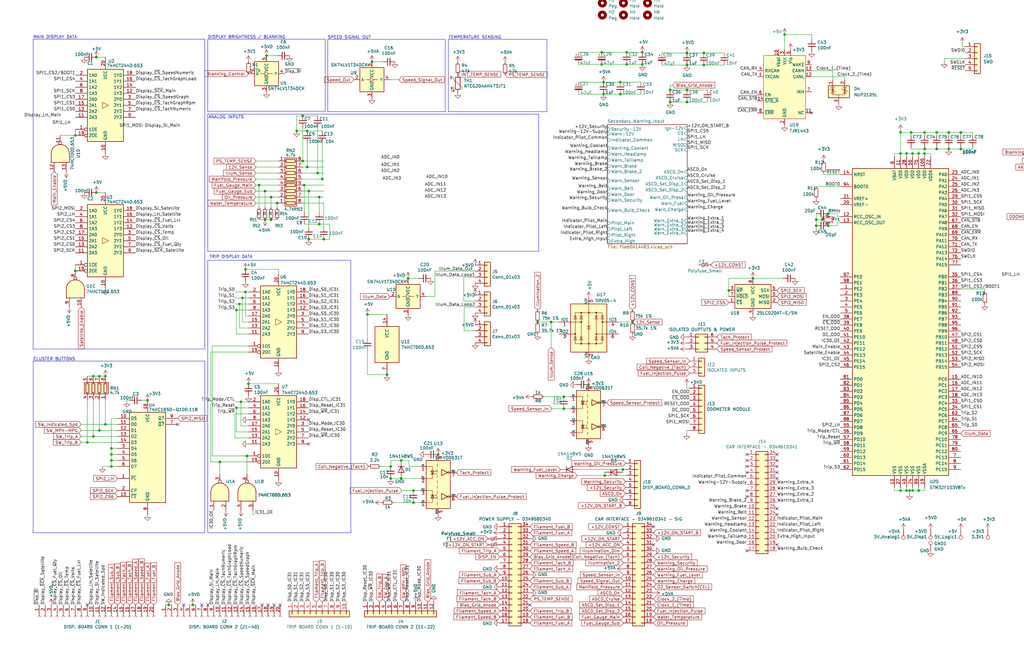
<source format=kicad_sch>
(kicad_sch (version 20230121) (generator eeschema)
  (paper "B")
  (junction (at 253.746 22.098))
  (junction (at 134.62 94.615))
  (junction (at 226.695 135.89))
  (junction (at 100.965 128.27))
  (junction (at 184.785 191.77))
  (junction (at 39.37 184.15))
  (junction (at 135.89 75.565))
  (junction (at 92.71 194.945))
  (junction (at 46.99 191.77))
  (junction (at 400.05 55.88))
  (junction (at 130.175 100.965))
  (junction (at 282.575 37.973))
  (junction (at 71.12 255.27))
  (junction (at 81.28 255.27))
  (junction (at 103.505 123.19))
  (junction (at 382.27 207.01))
  (junction (at 330.835 14.605))
  (junction (at 129.54 55.245))
  (junction (at 389.89 55.88))
  (junction (at 389.89 64.77))
  (junction (at 317.5 117.475))
  (junction (at 111.76 92.71))
  (junction (at 344.17 92.71))
  (junction (at 44.45 158.75))
  (junction (at 384.81 64.77))
  (junction (at 112.395 23.495))
  (junction (at 125.095 55.245))
  (junction (at 394.97 62.865))
  (junction (at 39.37 158.75))
  (junction (at 116.84 85.725))
  (junction (at 62.23 168.91))
  (junction (at 103.505 113.665))
  (junction (at 232.41 135.89))
  (junction (at 172.085 117.475))
  (junction (at 208.28 -54.61))
  (junction (at 384.81 207.01))
  (junction (at 156.845 26.035))
  (junction (at 270.891 27.178))
  (junction (at 270.891 22.098))
  (junction (at 400.05 62.865))
  (junction (at 289.687 37.973))
  (junction (at 296.799 22.352))
  (junction (at 114.3 92.71))
  (junction (at 41.91 181.61))
  (junction (at 254.508 34.671))
  (junction (at 289.687 27.432))
  (junction (at 346.71 92.71))
  (junction (at 44.45 179.07))
  (junction (at 174.371 207.01))
  (junction (at 266.7 135.89))
  (junction (at 163.195 158.115))
  (junction (at 133.985 73.025))
  (junction (at 46.99 194.31))
  (junction (at 111.76 80.645))
  (junction (at 253.746 27.178))
  (junction (at 264.287 27.178))
  (junction (at 134.62 83.185))
  (junction (at 169.164 194.31))
  (junction (at 237.744 172.466))
  (junction (at 379.73 55.88))
  (junction (at 379.73 64.77))
  (junction (at 262.636 198.12))
  (junction (at 264.287 22.098))
  (junction (at 307.34 122.555))
  (junction (at 405.13 62.865))
  (junction (at 130.175 80.645))
  (junction (at 405.13 55.88))
  (junction (at 40.64 81.28))
  (junction (at 101.6 169.545))
  (junction (at 389.89 62.865))
  (junction (at 174.371 212.09))
  (junction (at 248.158 162.306))
  (junction (at 99.695 172.085))
  (junction (at 344.17 95.25))
  (junction (at 296.799 27.432))
  (junction (at 127.635 67.945))
  (junction (at 349.25 90.17))
  (junction (at 387.35 64.77))
  (junction (at 384.175 55.88))
  (junction (at 261.62 34.671))
  (junction (at 102.235 125.73))
  (junction (at 104.14 192.405))
  (junction (at 208.915 -29.21))
  (junction (at 46.99 189.23))
  (junction (at 379.73 207.01))
  (junction (at 128.27 78.105))
  (junction (at 31.75 114.3))
  (junction (at 382.27 64.77))
  (junction (at 282.575 43.053))
  (junction (at 237.744 167.386))
  (junction (at 255.016 200.66))
  (junction (at 164.719 201.93))
  (junction (at 36.83 186.69))
  (junction (at 129.54 70.485))
  (junction (at 394.97 55.88))
  (junction (at 254.508 39.751))
  (junction (at 31.75 57.15))
  (junction (at 164.719 196.85))
  (junction (at 136.525 100.965))
  (junction (at 46.99 196.85))
  (junction (at 40.64 24.13))
  (junction (at 99.695 130.81))
  (junction (at 349.25 95.25))
  (junction (at 114.3 83.185))
  (junction (at 109.22 78.105))
  (junction (at 169.164 201.93))
  (junction (at 261.62 39.751))
  (junction (at 104.775 161.925))
  (junction (at 289.687 22.352))
  (junction (at 289.687 43.053))
  (junction (at 41.91 158.75))
  (junction (at 127.635 48.895))
  (junction (at 383.54 207.01))
  (junction (at 387.35 207.01))
  (junction (at 154.94 132.715))
  (no_connect (at 314.96 209.55))
  (no_connect (at 118.11 255.27))
  (no_connect (at 314.96 232.41))
  (no_connect (at 223.52 255.27))
  (no_connect (at 275.59 222.25))
  (no_connect (at 314.96 207.01))
  (no_connect (at 327.66 191.77))
  (no_connect (at 87.63 255.27))
  (no_connect (at 110.49 255.27))
  (no_connect (at 327.66 199.39))
  (no_connect (at 77.47 255.27))
  (no_connect (at 85.09 255.27))
  (no_connect (at 275.59 229.87))
  (no_connect (at 115.57 255.27))
  (no_connect (at 314.96 194.31))
  (no_connect (at 327.66 217.17))
  (no_connect (at 130.175 177.165))
  (no_connect (at 327.66 196.85))
  (no_connect (at 314.96 196.85))
  (no_connect (at 327.66 194.31))
  (no_connect (at 314.96 199.39))
  (no_connect (at 74.93 179.07))
  (no_connect (at 327.66 214.63))
  (no_connect (at 113.03 255.27))
  (no_connect (at 36.83 255.27))
  (no_connect (at 327.66 201.93))
  (no_connect (at 327.66 229.87))
  (no_connect (at 130.175 187.325))
  (no_connect (at 314.96 191.77))
  (wire (pts (xy 164.846 196.85) (xy 164.846 194.31)))
  (wire (pts (xy 107.95 75.565) (xy 117.475 75.565)))
  (wire (pts (xy 134.62 89.535) (xy 134.62 83.185)))
  (wire (pts (xy 101.6 179.705) (xy 104.775 179.705)))
  (wire (pts (xy 349.25 90.17) (xy 353.06 90.17)))
  (wire (pts (xy 349.25 95.25) (xy 353.06 95.25)))
  (wire (pts (xy 356.235 32.385) (xy 356.235 33.655)))
  (wire (pts (xy 387.35 64.77) (xy 384.81 64.77)))
  (wire (pts (xy 62.357 168.91) (xy 62.23 168.91)))
  (wire (pts (xy 283.591 35.941) (xy 282.575 35.941)))
  (wire (pts (xy 127.635 53.975) (xy 127.635 67.945)))
  (wire (pts (xy 405.13 62.23) (xy 405.13 62.865)))
  (wire (pts (xy 111.125 -6.35) (xy 111.125 -12.065)))
  (wire (pts (xy 353.06 90.17) (xy 353.06 91.44)))
  (wire (pts (xy 46.99 191.77) (xy 46.99 194.31)))
  (polyline (pts (xy 138.176 47.117) (xy 187.706 47.117)))
  (wire (pts (xy 128.905 -14.605) (xy 130.81 -14.605)))
  (wire (pts (xy 379.73 66.04) (xy 379.73 64.77)))
  (wire (pts (xy 117.475 113.665) (xy 103.505 113.665)))
  (wire (pts (xy 39.37 168.91) (xy 39.37 184.15)))
  (wire (pts (xy 232.41 146.685) (xy 232.41 135.89)))
  (wire (pts (xy 155.575 -20.955) (xy 158.115 -20.955)))
  (wire (pts (xy 347.345 73.66) (xy 354.33 73.66)))
  (wire (pts (xy 104.775 138.43) (xy 100.965 138.43)))
  (wire (pts (xy 405.13 62.865) (xy 400.05 62.865)))
  (wire (pts (xy 107.95 80.645) (xy 111.76 80.645)))
  (wire (pts (xy 400.05 62.865) (xy 394.97 62.865)))
  (wire (pts (xy 196.215 -25.4) (xy 196.215 -17.145)))
  (wire (pts (xy 41.91 181.61) (xy 49.53 181.61)))
  (wire (pts (xy 99.695 182.245) (xy 104.775 182.245)))
  (wire (pts (xy 44.45 179.07) (xy 49.53 179.07)))
  (wire (pts (xy 99.695 140.97) (xy 99.695 130.81)))
  (wire (pts (xy 114.3 83.185) (xy 117.475 83.185)))
  (wire (pts (xy 114.3 87.63) (xy 114.3 83.185)))
  (wire (pts (xy 177.165 212.09) (xy 174.371 212.09)))
  (wire (pts (xy 382.27 205.74) (xy 382.27 207.01)))
  (wire (pts (xy 317.5 117.475) (xy 330.2 117.475)))
  (wire (pts (xy 410.21 57.15) (xy 410.21 55.88)))
  (polyline (pts (xy 227.203 48.133) (xy 87.63 48.133)))
  (wire (pts (xy 342.265 16.51) (xy 342.265 14.605)))
  (wire (pts (xy 132.08 -18.415) (xy 134.62 -18.415)))
  (wire (pts (xy 195.707 139.573) (xy 200.406 139.573)))
  (wire (pts (xy 107.95 78.105) (xy 109.22 78.105)))
  (wire (pts (xy 183.388 114.427) (xy 200.406 114.427)))
  (polyline (pts (xy 138.176 16.637) (xy 138.176 47.117)))
  (wire (pts (xy 135.89 75.565) (xy 136.525 75.565)))
  (polyline (pts (xy 147.955 224.79) (xy 147.955 109.855)))
  (wire (pts (xy 31.75 114.3) (xy 31.75 111.76)))
  (polyline (pts (xy 189.103 16.637) (xy 189.103 47.117)))
  (wire (pts (xy 127.635 73.025) (xy 133.985 73.025)))
  (wire (pts (xy 92.71 194.945) (xy 92.71 200.025)))
  (wire (pts (xy 174.371 207.01) (xy 169.418 207.01)))
  (wire (pts (xy 344.17 90.17) (xy 344.17 92.71)))
  (wire (pts (xy 415.29 121.92) (xy 405.13 121.92)))
  (wire (pts (xy 149.225 -46.355) (xy 151.13 -46.355)))
  (wire (pts (xy 164.719 196.85) (xy 164.846 196.85)))
  (wire (pts (xy 172.085 117.475) (xy 176.53 117.475)))
  (wire (pts (xy 279.146 27.432) (xy 289.687 27.432)))
  (wire (pts (xy 106.68 217.17) (xy 107.315 217.17)))
  (wire (pts (xy 405.765 19.685) (xy 405.765 18.415)))
  (wire (pts (xy 384.175 62.865) (xy 389.89 62.865)))
  (wire (pts (xy 130.175 95.885) (xy 130.175 80.645)))
  (wire (pts (xy 151.13 -38.1) (xy 131.445 -38.1)))
  (wire (pts (xy 342.265 32.385) (xy 356.235 32.385)))
  (wire (pts (xy 102.235 135.89) (xy 102.235 125.73)))
  (wire (pts (xy 196.215 -17.145) (xy 176.53 -17.145)))
  (polyline (pts (xy 230.632 16.637) (xy 188.976 16.637)))
  (wire (pts (xy 131.445 -38.1) (xy 131.445 -43.815)))
  (wire (pts (xy 195.58 127) (xy 200.406 127)))
  (wire (pts (xy 263.779 198.12) (xy 262.636 198.12)))
  (wire (pts (xy 307.34 125.095) (xy 307.34 122.555)))
  (wire (pts (xy 116.84 92.71) (xy 114.3 92.71)))
  (wire (pts (xy 289.687 37.973) (xy 298.323 37.973)))
  (wire (pts (xy 253.746 27.178) (xy 264.287 27.178)))
  (wire (pts (xy 111.76 80.645) (xy 117.475 80.645)))
  (wire (pts (xy 400.05 62.23) (xy 400.05 62.865)))
  (wire (pts (xy 43.18 196.85) (xy 46.99 196.85)))
  (wire (pts (xy 39.37 184.15) (xy 49.53 184.15)))
  (wire (pts (xy 195.58 -42.545) (xy 175.895 -42.545)))
  (wire (pts (xy 379.73 55.88) (xy 379.73 64.77)))
  (wire (pts (xy 384.175 55.88) (xy 379.73 55.88)))
  (wire (pts (xy 382.27 64.77) (xy 382.27 66.04)))
  (wire (pts (xy 296.799 22.352) (xy 305.435 22.352)))
  (wire (pts (xy 99.695 130.81) (xy 104.775 130.81)))
  (wire (pts (xy 169.164 194.31) (xy 172.466 194.31)))
  (wire (pts (xy 344.17 95.25) (xy 344.17 96.52)))
  (wire (pts (xy 195.58 -50.8) (xy 195.58 -42.545)))
  (wire (pts (xy 254.508 34.671) (xy 261.62 34.671)))
  (wire (pts (xy 69.85 255.27) (xy 71.12 255.27)))
  (wire (pts (xy 155.575 -15.24) (xy 155.575 -20.955)))
  (wire (pts (xy 289.56 162.56) (xy 289.56 163.83)))
  (wire (pts (xy 394.97 55.88) (xy 389.89 55.88)))
  (wire (pts (xy 179.705 125.095) (xy 183.388 125.095)))
  (wire (pts (xy 151.765 -12.7) (xy 132.08 -12.7)))
  (wire (pts (xy 389.89 207.01) (xy 387.35 207.01)))
  (wire (pts (xy 353.06 91.44) (xy 354.33 91.44)))
  (wire (pts (xy 264.287 22.098) (xy 253.746 22.098)))
  (wire (pts (xy 289.56 182.88) (xy 289.56 181.61)))
  (wire (pts (xy 379.73 205.74) (xy 379.73 207.01)))
  (wire (pts (xy 394.97 62.865) (xy 389.89 62.865)))
  (wire (pts (xy 173.355 -23.495) (xy 175.26 -23.495)))
  (wire (pts (xy 46.99 176.53) (xy 46.99 189.23)))
  (wire (pts (xy 243.967 27.178) (xy 253.746 27.178)))
  (wire (pts (xy 103.505 133.35) (xy 103.505 123.19)))
  (wire (pts (xy 261.62 39.751) (xy 254.508 39.751)))
  (wire (pts (xy 169.164 201.93) (xy 164.719 201.93)))
  (wire (pts (xy 81.28 255.27) (xy 82.55 255.27)))
  (wire (pts (xy 176.53 -22.86) (xy 179.07 -22.86)))
  (wire (pts (xy 172.466 196.85) (xy 177.165 196.85)))
  (wire (pts (xy 112.395 23.495) (xy 116.967 23.495)))
  (wire (pts (xy 387.35 205.74) (xy 387.35 207.01)))
  (wire (pts (xy 305.435 27.432) (xy 296.799 27.432)))
  (wire (pts (xy 260.985 135.89) (xy 266.7 135.89)))
  (wire (pts (xy 164.846 194.31) (xy 169.164 194.31)))
  (wire (pts (xy 383.54 207.01) (xy 383.54 208.28)))
  (wire (pts (xy 41.91 168.91) (xy 41.91 181.61)))
  (wire (pts (xy 49.53 189.23) (xy 46.99 189.23)))
  (polyline (pts (xy 87.63 109.855) (xy 87.63 224.79)))
  (wire (pts (xy 307.34 117.475) (xy 317.5 117.475)))
  (polyline (pts (xy 13.97 147.32) (xy 86.36 147.32)))
  (wire (pts (xy 133.985 73.025) (xy 136.525 73.025)))
  (wire (pts (xy 410.21 62.865) (xy 405.13 62.865)))
  (polyline (pts (xy 86.36 224.79) (xy 86.36 152.4)))
  (wire (pts (xy 410.21 55.88) (xy 405.13 55.88)))
  (polyline (pts (xy 187.706 47.117) (xy 187.706 16.637)))
  (wire (pts (xy 392.43 66.04) (xy 392.43 64.77)))
  (wire (pts (xy 99.06 123.19) (xy 103.505 123.19)))
  (wire (pts (xy 44.45 168.91) (xy 44.45 179.07)))
  (wire (pts (xy 116.84 85.725) (xy 107.95 85.725)))
  (wire (pts (xy 107.95 83.185) (xy 114.3 83.185)))
  (wire (pts (xy 117.475 113.665) (xy 117.475 115.57)))
  (wire (pts (xy 387.35 64.77) (xy 389.89 64.77)))
  (wire (pts (xy 88.9 194.945) (xy 88.9 148.59)))
  (wire (pts (xy 200.406 129.54) (xy 195.707 129.54)))
  (wire (pts (xy 243.459 200.66) (xy 255.016 200.66)))
  (wire (pts (xy 111.125 -12.065) (xy 113.665 -12.065)))
  (wire (pts (xy 344.17 92.71) (xy 344.17 95.25)))
  (wire (pts (xy 130.175 -31.75) (xy 110.49 -31.75)))
  (wire (pts (xy 243.967 39.751) (xy 254.508 39.751)))
  (wire (pts (xy 89.535 192.405) (xy 89.535 146.05)))
  (wire (pts (xy 127.635 67.945) (xy 136.525 67.945)))
  (wire (pts (xy 389.89 205.74) (xy 389.89 207.01)))
  (wire (pts (xy 377.19 64.77) (xy 379.73 64.77)))
  (wire (pts (xy 132.08 -12.7) (xy 132.08 -18.415)))
  (wire (pts (xy 99.06 169.545) (xy 101.6 169.545)))
  (wire (pts (xy 154.94 132.715) (xy 163.195 132.715)))
  (wire (pts (xy 379.73 55.245) (xy 379.73 55.88)))
  (wire (pts (xy 133.985 53.975) (xy 133.985 73.025)))
  (wire (pts (xy 389.89 55.88) (xy 384.175 55.88)))
  (wire (pts (xy 240.538 167.386) (xy 237.744 167.386)))
  (wire (pts (xy 46.99 189.23) (xy 46.99 191.77)))
  (wire (pts (xy 104.14 200.025) (xy 104.14 192.405)))
  (polyline (pts (xy 86.36 152.4) (xy 13.97 152.4)))
  (wire (pts (xy 99.06 128.27) (xy 100.965 128.27)))
  (polyline (pts (xy 13.97 147.32) (xy 13.97 16.51)))
  (wire (pts (xy 237.744 167.386) (xy 229.362 167.386)))
  (wire (pts (xy 102.235 125.73) (xy 104.775 125.73)))
  (wire (pts (xy 36.83 186.69) (xy 49.53 186.69)))
  (wire (pts (xy 49.53 176.53) (xy 46.99 176.53)))
  (wire (pts (xy 133.985 48.895) (xy 127.635 48.895)))
  (wire (pts (xy 46.99 194.31) (xy 46.99 196.85)))
  (wire (pts (xy 40.64 81.28) (xy 44.45 81.28)))
  (wire (pts (xy 130.81 -14.605) (xy 130.81 -6.35)))
  (wire (pts (xy 149.86 -20.955) (xy 151.765 -20.955)))
  (wire (pts (xy 392.43 64.77) (xy 389.89 64.77)))
  (polyline (pts (xy 189.103 47.117) (xy 230.632 47.117)))
  (wire (pts (xy 174.625 -40.64) (xy 154.94 -40.64)))
  (wire (pts (xy 175.895 -48.26) (xy 178.435 -48.26)))
  (wire (pts (xy 99.695 172.085) (xy 104.775 172.085)))
  (wire (pts (xy 117.475 85.725) (xy 116.84 85.725)))
  (wire (pts (xy 400.05 57.15) (xy 400.05 55.88)))
  (wire (pts (xy 39.37 184.15) (xy 34.29 184.15)))
  (wire (pts (xy 175.26 -23.495) (xy 175.26 -15.24)))
  (wire (pts (xy 104.14 192.405) (xy 104.775 192.405)))
  (wire (pts (xy 134.62 83.185) (xy 136.525 83.185)))
  (wire (pts (xy 174.625 -48.895) (xy 174.625 -40.64)))
  (wire (pts (xy 99.06 130.81) (xy 99.695 130.81)))
  (wire (pts (xy 410.21 62.23) (xy 410.21 62.865)))
  (wire (pts (xy 282.575 37.973) (xy 289.687 37.973)))
  (wire (pts (xy 49.53 191.77) (xy 46.99 191.77)))
  (wire (pts (xy 394.97 62.23) (xy 394.97 62.865)))
  (wire (pts (xy 344.17 78.74) (xy 354.33 78.74)))
  (polyline (pts (xy 86.36 147.32) (xy 86.36 16.51)))
  (wire (pts (xy 156.845 26.035) (xy 161.417 26.035)))
  (wire (pts (xy 200.406 116.967) (xy 195.58 116.967)))
  (wire (pts (xy 134.62 94.615) (xy 139.065 94.615)))
  (wire (pts (xy 289.687 22.352) (xy 279.146 22.352)))
  (wire (pts (xy 46.99 196.85) (xy 49.53 196.85)))
  (wire (pts (xy 175.895 -42.545) (xy 175.895 -48.26)))
  (wire (pts (xy 270.256 39.751) (xy 261.62 39.751)))
  (wire (pts (xy 111.76 87.63) (xy 111.76 80.645)))
  (wire (pts (xy 154.94 158.115) (xy 163.195 158.115)))
  (wire (pts (xy 31.75 54.61) (xy 31.75 57.15)))
  (polyline (pts (xy 137.16 46.99) (xy 137.16 16.51)))
  (wire (pts (xy 262.636 199.263) (xy 262.636 198.12)))
  (wire (pts (xy 347.345 73.025) (xy 347.345 73.66)))
  (polyline (pts (xy 13.97 224.79) (xy 86.36 224.79)))
  (wire (pts (xy 384.81 207.01) (xy 383.54 207.01)))
  (wire (pts (xy 136.525 100.965) (xy 139.065 100.965)))
  (wire (pts (xy 100.965 128.27) (xy 104.775 128.27)))
  (wire (pts (xy 36.83 186.69) (xy 34.29 186.69)))
  (wire (pts (xy 232.41 135.89) (xy 226.695 135.89)))
  (wire (pts (xy 106.68 215.265) (xy 106.68 217.17)))
  (wire (pts (xy 405.13 55.88) (xy 400.05 55.88)))
  (wire (pts (xy 164.465 33.655) (xy 168.148 33.655)))
  (polyline (pts (xy 227.203 106.045) (xy 227.203 48.133)))
  (wire (pts (xy 62.23 168.91) (xy 59.817 168.91)))
  (wire (pts (xy 307.34 122.555) (xy 307.34 117.475)))
  (wire (pts (xy 109.22 78.105) (xy 117.475 78.105)))
  (wire (pts (xy 342.265 14.605) (xy 330.835 14.605)))
  (wire (pts (xy 44.45 158.75) (xy 41.91 158.75)))
  (wire (pts (xy 135.89 60.325) (xy 135.89 75.565)))
  (wire (pts (xy 289.56 163.83) (xy 290.83 163.83)))
  (wire (pts (xy 129.54 70.485) (xy 136.525 70.485)))
  (wire (pts (xy 389.89 62.865) (xy 389.89 62.23)))
  (wire (pts (xy 174.371 212.09) (xy 165.989 212.09)))
  (wire (pts (xy 353.06 93.98) (xy 353.06 95.25)))
  (wire (pts (xy 289.687 43.053) (xy 282.575 43.053)))
  (wire (pts (xy 127.635 75.565) (xy 135.89 75.565)))
  (wire (pts (xy 25.4 57.15) (xy 31.75 57.15)))
  (wire (pts (xy 103.505 123.19) (xy 104.775 123.19)))
  (wire (pts (xy 154.94 -40.64) (xy 154.94 -46.355)))
  (wire (pts (xy 384.81 64.77) (xy 384.81 66.04)))
  (wire (pts (xy 384.175 62.23) (xy 384.175 62.865)))
  (wire (pts (xy 384.81 205.74) (xy 384.81 207.01)))
  (wire (pts (xy 36.83 168.91) (xy 36.83 186.69)))
  (wire (pts (xy 407.035 24.765) (xy 398.145 24.765)))
  (wire (pts (xy 100.965 138.43) (xy 100.965 128.27)))
  (wire (pts (xy 39.37 158.75) (xy 36.83 158.75)))
  (wire (pts (xy 130.175 -40.005) (xy 130.175 -31.75)))
  (wire (pts (xy 407.035 19.685) (xy 405.765 19.685)))
  (wire (pts (xy 49.53 194.31) (xy 46.99 194.31)))
  (wire (pts (xy 99.06 184.785) (xy 104.775 184.785)))
  (wire (pts (xy 127.635 85.725) (xy 136.525 85.725)))
  (wire (pts (xy 53.467 168.91) (xy 53.467 169.291)))
  (polyline (pts (xy 13.97 152.4) (xy 13.97 224.79)))
  (wire (pts (xy 127.635 80.645) (xy 130.175 80.645)))
  (wire (pts (xy 40.64 24.13) (xy 44.45 24.13)))
  (wire (pts (xy 289.687 22.352) (xy 296.799 22.352)))
  (polyline (pts (xy 87.63 46.99) (xy 137.16 46.99)))
  (wire (pts (xy 129.54 55.245) (xy 125.095 55.245)))
  (wire (pts (xy 89.535 146.05) (xy 104.775 146.05)))
  (wire (pts (xy 379.73 64.77) (xy 382.27 64.77)))
  (wire (pts (xy 172.72 -48.895) (xy 174.625 -48.895)))
  (wire (pts (xy 195.58 116.967) (xy 195.58 127)))
  (wire (pts (xy 99.695 182.245) (xy 99.695 172.085)))
  (wire (pts (xy 110.49 -31.75) (xy 110.49 -37.465)))
  (wire (pts (xy 389.89 66.04) (xy 389.89 64.77)))
  (wire (pts (xy 129.54 55.245) (xy 135.89 55.245)))
  (wire (pts (xy 127.635 78.105) (xy 128.27 78.105)))
  (wire (pts (xy 400.05 55.88) (xy 394.97 55.88)))
  (wire (pts (xy 107.95 67.945) (xy 117.475 67.945)))
  (wire (pts (xy 176.53 -17.145) (xy 176.53 -22.86)))
  (wire (pts (xy 262.636 198.12) (xy 243.967 198.12)))
  (wire (pts (xy 387.35 66.04) (xy 387.35 64.77)))
  (wire (pts (xy 154.94 -46.355) (xy 157.48 -46.355)))
  (wire (pts (xy 154.94 158.115) (xy 154.94 147.955)))
  (wire (pts (xy 99.06 184.785) (xy 99.06 174.625)))
  (wire (pts (xy 264.287 22.098) (xy 270.891 22.098)))
  (wire (pts (xy 354.33 93.98) (xy 353.06 93.98)))
  (wire (pts (xy 89.535 192.405) (xy 104.14 192.405)))
  (wire (pts (xy 384.175 57.15) (xy 384.175 55.88)))
  (wire (pts (xy 127.635 70.485) (xy 129.54 70.485)))
  (wire (pts (xy 139.065 94.615) (xy 139.065 100.965)))
  (wire (pts (xy 175.26 -15.24) (xy 155.575 -15.24)))
  (polyline (pts (xy 230.632 16.637) (xy 230.632 47.117)))
  (wire (pts (xy 255.016 199.263) (xy 255.016 200.66)))
  (polyline (pts (xy 187.706 16.637) (xy 138.176 16.637)))
  (polyline (pts (xy 137.16 16.51) (xy 87.63 16.51)))
  (wire (pts (xy 389.89 57.15) (xy 389.89 55.88)))
  (wire (pts (xy 254.508 34.671) (xy 243.967 34.671)))
  (wire (pts (xy 382.27 207.01) (xy 383.54 207.01)))
  (wire (pts (xy 264.287 27.178) (xy 270.891 27.178)))
  (wire (pts (xy 109.22 87.63) (xy 109.22 78.105)))
  (wire (pts (xy 330.835 14.605) (xy 330.835 20.955)))
  (wire (pts (xy 117.475 161.925) (xy 104.775 161.925)))
  (wire (pts (xy 387.35 207.01) (xy 384.81 207.01)))
  (polyline (pts (xy 147.955 109.855) (xy 87.63 109.855)))
  (wire (pts (xy 282.575 35.941) (xy 282.575 37.973)))
  (wire (pts (xy 107.95 73.025) (xy 117.475 73.025)))
  (wire (pts (xy 99.06 174.625) (xy 104.775 174.625)))
  (wire (pts (xy 394.97 57.15) (xy 394.97 55.88)))
  (wire (pts (xy 183.388 125.095) (xy 183.388 114.427)))
  (wire (pts (xy 177.165 201.93) (xy 169.164 201.93)))
  (wire (pts (xy 253.746 22.098) (xy 243.967 22.098)))
  (wire (pts (xy 261.62 34.671) (xy 270.256 34.671)))
  (wire (pts (xy 151.765 -20.955) (xy 151.765 -12.7)))
  (wire (pts (xy 382.27 64.77) (xy 384.81 64.77)))
  (wire (pts (xy 377.19 207.01) (xy 379.73 207.01)))
  (wire (pts (xy 346.71 92.71) (xy 351.79 92.71)) (stroke (width 0) (type dot)))
  (polyline (pts (xy 87.63 224.79) (xy 147.955 224.79)))
  (wire (pts (xy 104.775 140.97) (xy 99.695 140.97)))
  (wire (pts (xy 415.29 123.19) (xy 415.29 121.92)))
  (wire (pts (xy 116.84 87.63) (xy 116.84 85.725)))
  (wire (pts (xy 379.73 207.01) (xy 382.27 207.01)))
  (wire (pts (xy 398.145 24.765) (xy 398.145 26.035)))
  (wire (pts (xy 255.016 200.66) (xy 263.779 200.66)))
  (wire (pts (xy 344.17 92.71) (xy 346.71 92.71)))
  (wire (pts (xy 177.165 207.01) (xy 174.371 207.01)))
  (wire (pts (xy 104.775 135.89) (xy 102.235 135.89)))
  (wire (pts (xy 298.323 43.053) (xy 289.687 43.053)))
  (wire (pts (xy 136.525 95.885) (xy 136.525 85.725)))
  (wire (pts (xy 111.76 92.71) (xy 109.22 92.71)))
  (wire (pts (xy 130.175 80.645) (xy 136.525 80.645)))
  (wire (pts (xy 289.56 181.61) (xy 290.83 181.61)))
  (wire (pts (xy 377.19 66.04) (xy 377.19 64.77)))
  (wire (pts (xy 172.466 194.31) (xy 172.466 196.85)))
  (wire (pts (xy 104.775 169.545) (xy 101.6 169.545)))
  (wire (pts (xy 104.775 194.945) (xy 92.71 194.945)))
  (wire (pts (xy 351.155 29.845) (xy 351.155 33.655)))
  (wire (pts (xy 129.54 60.325) (xy 129.54 70.485)))
  (wire (pts (xy 41.91 158.75) (xy 39.37 158.75)))
  (wire (pts (xy 128.27 78.105) (xy 136.525 78.105)))
  (wire (pts (xy 240.538 172.466) (xy 237.744 172.466)))
  (polyline (pts (xy 87.63 48.133) (xy 87.63 106.045)))
  (wire (pts (xy 128.27 -40.005) (xy 130.175 -40.005)))
  (wire (pts (xy 72.39 255.27) (xy 71.12 255.27)))
  (wire (pts (xy 296.799 27.432) (xy 289.687 27.432)))
  (wire (pts (xy 237.744 172.466) (xy 232.791 172.466)))
  (wire (pts (xy 107.95 70.485) (xy 117.475 70.485)))
  (wire (pts (xy 99.06 172.085) (xy 99.695 172.085)))
  (wire (pts (xy 154.94 132.715) (xy 154.94 142.875)))
  (wire (pts (xy 194.31 -25.4) (xy 196.215 -25.4)))
  (wire (pts (xy 130.175 100.965) (xy 136.525 100.965)))
  (wire (pts (xy 134.62 94.615) (xy 128.27 94.615)))
  (wire (pts (xy 127.635 83.185) (xy 134.62 83.185)))
  (wire (pts (xy 128.27 89.535) (xy 128.27 78.105)))
  (wire (pts (xy 405.13 57.15) (xy 405.13 55.88)))
  (wire (pts (xy 125.095 55.245) (xy 125.095 48.895)))
  (wire (pts (xy 377.19 205.74) (xy 377.19 207.01)))
  (wire (pts (xy 114.3 92.71) (xy 111.76 92.71)))
  (wire (pts (xy 160.528 196.85) (xy 164.719 196.85)))
  (wire (pts (xy 151.13 -46.355) (xy 151.13 -38.1)))
  (wire (pts (xy 44.45 179.07) (xy 34.29 179.07)))
  (wire (pts (xy 193.675 -50.8) (xy 195.58 -50.8)))
  (wire (pts (xy 342.265 29.845) (xy 351.155 29.845)))
  (wire (pts (xy 130.81 -6.35) (xy 111.125 -6.35)))
  (polyline (pts (xy 87.63 106.045) (xy 227.203 106.045)))
  (wire (pts (xy 54.737 168.91) (xy 53.467 168.91)))
  (wire (pts (xy 232.41 135.89) (xy 235.585 135.89)))
  (wire (pts (xy 104.775 133.35) (xy 103.505 133.35)))
  (wire (pts (xy 88.9 194.945) (xy 92.71 194.945)))
  (wire (pts (xy 127.635 48.895) (xy 125.095 48.895)))
  (wire (pts (xy 80.01 255.27) (xy 81.28 255.27)))
  (wire (pts (xy 131.445 -43.815) (xy 133.985 -43.815)))
  (wire (pts (xy 88.9 148.59) (xy 104.775 148.59)))
  (polyline (pts (xy 13.97 16.51) (xy 86.36 16.51)))
  (wire (pts (xy 41.91 181.61) (xy 34.29 181.61)))
  (wire (pts (xy 195.707 129.54) (xy 195.707 139.573)))
  (polyline (pts (xy 87.63 16.51) (xy 87.63 46.99)))
  (wire (pts (xy 101.6 169.545) (xy 101.6 179.705)))
  (wire (pts (xy 110.49 -37.465) (xy 113.03 -37.465)))
  (wire (pts (xy 99.06 125.73) (xy 102.235 125.73)))
  (text "CLUSTER BUTTONS" (at 13.97 152.4 0) (effects (font (size 1.27 1.27)) (justify left bottom)))
  (text "MAIN DISPLAY DATA\n" (at 13.97 16.51 0) (effects (font (size 1.27 1.27)) (justify left bottom)))
  (text "TEMPERATURE SENSING\n" (at 189.103 16.637 0) (effects (font (size 1.27 1.27)) (justify left bottom)))
  (text "ANALOG INPUTS\n" (at 87.884 50.292 0) (effects (font (size 1.27 1.27)) (justify left bottom)))
  (text "SPEED SIGNAL OUT" (at 138.176 16.637 0) (effects (font (size 1.27 1.27)) (justify left bottom)))
  (text "DISPLAY BRIGHTNESS / BLANKING" (at 87.63 16.51 0) (effects (font (size 1.27 1.27)) (justify left bottom)))
  (text "TRIP DISPLAY DATA" (at 88.265 109.22 0) (effects (font (size 1.27 1.27)) (justify left bottom)))
  (label "SPI1_SCK" (at 405.13 86.36 0))
  (label "Warning_Door" (at 314.96 229.87 180))
  (label "Warning_Fuel_Level" (at 289.814 85.852 0))
  (label "SPI1_MOSI" (at 405.13 91.44 0))
  (label "Display_~{CS}_Oil" (at 57.15 101.6 0))
  (label "Display_SI_Main" (at 60.96 53.975 0))
  (label "~{CAN_ERR}" (at 319.405 47.625 180))
  (label "Warning_Extra_1" (at 327.66 212.09 0))
  (label "SPI2_CS0" (at 31.75 104.14 180))
  (label "Disp_S2_IC31" (at 128.27 254 90))
  (label "Display_SI_Satellite" (at 41.91 255.27 90))
  (label "Disp_S3_IC31" (at 130.81 254 90))
  (label "Display_~{SCK}_Satellite" (at 19.05 255.27 90))
  (label "Warning_Belt" (at 256.159 79.502 180))
  (label "Warning_Sensor" (at 314.96 219.71 180))
  (label "SPI1_MOSI" (at 290.83 179.07 180))
  (label "Disp_S2_IC30" (at 130.175 138.43 0))
  (label "Display_~{CS}_Oil" (at 26.67 255.27 90))
  (label "Warning_Charge" (at 289.814 88.392 0))
  (label "Clock_1_(Time)" (at 344.17 29.845 0))
  (label "Indicator_Pilot_Right" (at 327.66 224.79 0))
  (label "Display_~{CS}_Fuel_Lvl" (at 34.29 255.27 90))
  (label "Indicator_Pilot_Main" (at 327.66 219.71 0))
  (label "ADC_IN13" (at 405.13 167.64 0))
  (label "SPI1_MOSI" (at 60.325 53.975 180))
  (label "SPI2_CS0" (at 405.13 144.78 0))
  (label "SPI2_CS1" (at 31.75 101.6 180))
  (label "Display_~{CS}_Fuel_Lvl" (at 57.15 93.98 0))
  (label "Disp_S2_IC31" (at 130.175 128.27 0))
  (label "Trip_S2" (at 99.06 128.27 180))
  (label "ADC_IN12" (at 405.13 165.1 0))
  (label "Disp_S2_IC30" (at 143.51 254 90))
  (label "ADC_IN3" (at 161.29 76.2 0))
  (label "SPI1_CS4" (at 31.75 34.29 180))
  (label "Display_~{CS}_SpeedNumeric" (at 57.15 31.75 0))
  (label "SPI1_CS2{slash}BOOT1" (at 31.75 31.75 180))
  (label "IC30_OE" (at 354.33 144.78 180))
  (label "Disp_Mode_IC30" (at 130.175 179.705 0))
  (label "SWCLK" (at 407.035 27.305 180))
  (label "~{CAN_STB}" (at 405.13 93.98 0))
  (label "Disp_S3_IC30" (at 146.05 254 90))
  (label "Warning_Extra_1" (at 289.814 93.091 0))
  (label "SPI2_SCK" (at 31.75 106.68 180))
  (label "Warning_Brake_2" (at 314.96 212.09 180))
  (label "Disp_Reset_IC30" (at 130.175 182.245 0))
  (label "SPI1_MISO" (at 289.814 61.214 0))
  (label "CAN_TX" (at 405.13 104.14 0))
  (label "ADC_IN12" (at 179.07 81.28 0))
  (label "Disp_S3_IC30" (at 130.175 140.97 0))
  (label "SWCLK" (at 405.13 109.22 0))
  (label "Warning_Extra_3" (at 327.66 207.01 0))
  (label "Warning_Extra_2" (at 289.814 94.869 0))
  (label "SPI1_LH" (at 422.275 116.84 0))
  (label "Display_LH_Main" (at 92.71 255.27 90))
  (label "Display_LH_Satellite" (at 57.15 91.44 0))
  (label "Clock_2_(Time)" (at 353.06 32.385 0))
  (label "Trip_S3" (at 354.33 198.12 180))
  (label "Display_SI_Main" (at 90.17 255.27 90))
  (label "Warning_Coolant" (at 256.159 62.484 180))
  (label "SPI2_CS2" (at 354.33 154.94 180))
  (label "SPI2_CS4" (at 31.75 93.98 180))
  (label "Display_~{CS}_TachGraphLoad" (at 57.15 34.29 0))
  (label "SPI2_CS2" (at 31.75 99.06 180))
  (label "Display_~{CS}_SpeedGraph" (at 105.41 255.27 90))
  (label "Warning_Taillamp" (at 314.96 227.33 180))
  (label "Trip_S2" (at 405.13 175.26 0))
  (label "Display_~{CS}_Volts" (at 57.15 96.52 0))
  (label "Disp_S1_IC31" (at 130.175 125.73 0))
  (label "ASCD_Set_Disp_1" (at 289.814 77.597 0))
  (label "SPI2_LH" (at 31.75 91.44 180))
  (label "SPI2_MISO" (at 405.13 152.4 0))
  (label "~{Disp_BI}" (at 120.015 31.115 0))
  (label "ADC_IN13" (at 179.07 83.82 0))
  (label "Display_~{CS}_TachNumeric" (at 95.25 255.27 90))
  (label "Warning_Extra_3" (at 289.814 96.647 0))
  (label "Display_~{CS}_SpeedGraph" (at 57.15 41.91 0))
  (label "Disp_Reset_IC30" (at 154.94 254 90))
  (label "SW_Indicated_Spd" (at 44.45 255.27 90))
  (label "Warning-12V-Supply" (at 256.159 56.515 180))
  (label "IC31_OE" (at 107.315 217.17 0))
  (label "Warning_Oil_Pressure" (at 289.814 83.312 0))
  (label "Disp_~{WR}_IC30" (at 130.175 184.785 0))
  (label "ADC_IN11" (at 179.07 78.74 0))
  (label "IC30_OE" (at 90.17 215.265 270))
  (label "SPI1_CS0" (at 31.75 46.99 180))
  (label "Display_LH_Main" (at 10.16 49.53 0))
  (label "CAN_RX" (at 319.405 29.845 180))
  (label "~{RESET}" (at 407.035 29.845 180))
  (label "Illum_Data_Out" (at 184.912 114.427 0))
  (label "Display_SI_Satellite" (at 57.15 88.9 0))
  (label "Trip_Mode{slash}CTL" (at 354.33 182.88 180))
  (label "ASCD_Set_Disp_2" (at 289.814 80.137 0))
  (label "Indicator_Pilot_Common" (at 256.159 59.055 180))
  (label "Warning_Extra_4" (at 327.66 204.47 0))
  (label "ADC_IN2" (at 160.655 73.025 0))
  (label "~{CAN_ERR}" (at 405.13 99.06 0))
  (label "SPI2_CS1" (at 405.13 142.24 0))
  (label "Disp_Reset_IC31" (at 130.175 172.085 0))
  (label "Satellite_Enable" (at 354.33 149.86 180))
  (label "ASCD_Cruise" (at 289.814 75.057 0))
  (label "Display_~{CS}_SpeedNumeric" (at 102.87 255.27 90))
  (label "ADC_IN3" (at 405.13 81.28 0))
  (label "SPI2_SCK" (at 405.13 149.86 0))
  (label "CAN_EN" (at 405.13 96.52 0))
  (label "Indicator_Pilot_Left" (at 256.159 96.647 180))
  (label "DC_ODO" (at 354.33 142.24 180))
  (label "SPI1_MISO" (at 405.13 88.9 0))
  (label "Warning_Bulb_Check" (at 256.159 88.773 180))
  (label "Trip_S0" (at 99.06 123.19 180))
  (label "~{Disp_BI}" (at 16.51 255.27 90))
  (label "Disp_S1_IC30" (at 140.97 254 90))
  (label "Display_~{CS}_Temp" (at 29.21 255.27 90))
  (label "SPI1_CS1" (at 31.75 44.45 180))
  (label "Display_~{CS}_Fuel_Qty" (at 57.15 104.14 0))
  (label "Disp_CTL_IC31" (at 130.175 169.545 0))
  (label "SPI1_CS3" (at 31.75 41.91 180))
  (label "Display_LH_Satellite" (at 39.37 255.27 90))
  (label "Disp_S3_IC31" (at 130.175 130.81 0))
  (label "Trip_Mode{slash}CTL" (at 99.06 169.545 180))
  (label "Trip_S3" (at 99.06 130.81 180))
  (label "SPI1_SCK" (at 31.75 39.37 180))
  (label "Disp_Reset_IC31" (at 172.72 254 90))
  (label "ADC_IN10" (at 405.13 160.02 0))
  (label "ASCD_On" (at 289.814 72.517 0))
  (label "Disp_Mode_IC30" (at 177.8 254 90))
  (label "Trip_~{WR}" (at 354.33 187.96 180))
  (label "SPI2_MOSI" (at 405.13 154.94 0))
  (label "SPI1_SCK" (at 290.83 176.53 180))
  (label "Disp_S0_IC31" (at 123.19 254 90))
  (label "IC31_OE" (at 354.33 152.4 180))
  (label "Display_~{SCK}_Main" (at 107.95 255.27 90))
  (label "BOOT0" (at 354.33 78.74 180))
  (label "Disp_S0_IC30" (at 138.43 254 90))
  (label "Warning_Door" (at 256.159 82.042 180))
  (label "Warning_Extra_4" (at 289.814 98.298 0))
  (label "Disp_~{WR}_IC30" (at 157.48 254 90))
  (label "CAN_EN" (at 319.405 40.005 180))
  (label "Display_~{CS}_TachGraphRpm" (at 57.15 44.45 0))
  (label "Illum_Data_Loop2" (at 200.406 129.54 180))
  (label "CAN_RX" (at 405.13 101.6 0))
  (label "ADC_IN0" (at 160.655 67.31 0))
  (label "+12V_Security" (at 256.159 54.483 180))
  (label "Warning_Headlamp" (at 314.96 222.25 180))
  (label "Disp_S1_IC31" (at 125.73 254 90))
  (label "ADC_IN1" (at 160.655 70.485 0))
  (label "RESET_ODO" (at 354.33 139.7 180))
  (label "Warning_Headlamp" (at 256.159 65.024 180))
  (label "Display_~{CS}_TachNumeric" (at 57.15 46.99 0))
  (label "Display_~{CS}_Volts" (at 31.75 255.27 90))
  (label "SWDIO" (at 405.13 106.68 0))
  (label "Warning_Taillamp" (at 256.159 67.564 180))
  (label "EN_ODO" (at 290.83 166.37 180))
  (label "Indicator_Pilot_Right" (at 256.159 99.187 180))
  (label "SPI1_CS0" (at 405.13 170.18 0))
  (label "SPI2_CS3" (at 31.75 96.52 180))
  (label "SPI1_CS3" (at 405.13 119.38 0))
  (label "~{CS_ODO}" (at 290.83 168.91 180))
  (label "Display_~{CS}_Temp" (at 57.15 99.06 0))
  (label "Warning_Sensor" (at 256.159 76.2 180))
  (label "Warning_Belt" (at 314.96 217.17 180))
  (label "ADC_IN10" (at 179.705 75.565 0))
  (label "SPI2_MOSI" (at 31.75 88.9 180))
  (label "Warning_Brake_2" (at 256.159 72.39 180))
  (label "ADC_IN0" (at 405.13 73.66 0))
  (label "ADC_IN2" (at 405.13 78.74 0))
  (label "Disp_S1_IC30" (at 130.175 135.89 0))
  (label "Disp_CTL_IC31" (at 167.64 254 90))
  (label "Display_~{SCK}_Main" (at 57.15 39.37 0))
  (label "EN_ODO" (at 354.33 134.62 180))
  (label "SPI2_LH" (at 354.33 180.34 180))
  (label "Trip_~{WR}" (at 99.06 174.625 180))
  (label "SPI2_CS3" (at 442.595 142.875 0))
  (label "~{RESET}" (at 354.33 73.66 180))
  (label "Disp_S0_IC30" (at 130.175 133.35 0))
  (label "SPI2_CS5" (at 405.13 147.32 0))
  (label "Warning_Bulb_Check" (at 327.66 232.41 0))
  (label "DC_ODO" (at 290.83 173.99 180))
  (label "RESET_ODO" (at 290.83 171.45 180))
  (label "SPI2_CS4" (at 448.31 130.175 0))
  (label "Warning_Brake" (at 314.96 214.63 180))
  (label "SPI1_CS1" (at 405.13 172.72 0))
  (label "Trip_S0" (at 405.13 180.34 0))
  (label "SPI1_CS5" (at 289.814 56.261 0))
  (label "Display_~{SCK}_Satellite" (at 57.15 106.68 0))
  (label "SPI1_CS5" (at 405.13 83.82 0))
  (label "ADC_IN1" (at 405.13 76.2 0))
  (label "Trip_S1" (at 405.13 177.8 0))
  (label "Disp_~{WR}_IC31" (at 130.175 174.625 0))
  (label "Disp_S0_IC31" (at 130.175 123.19 0))
  (label "Disp_~{WR}_IC31" (at 165.1 254 90))
  (label "Indicator_Pilot_Left" (at 327.66 222.25 0))
  (label "SPI1_LH" (at 29.845 52.705 180))
  (label "Warning-12V-Supply" (at 314.96 204.47 180))
  (label "~{CAN_STB}" (at 319.405 42.545 180))
  (label "ADC_IN11" (at 405.13 162.56 0))
  (label "SPI1_SCK" (at 289.814 63.246 0))
  (label "~{CS_ODO}" (at 354.33 137.16 180))
  (label "Extra_High_Input" (at 327.66 227.33 0))
  (label "Main_Enable" (at 354.33 147.32 180))
  (label "Illum_Data_Loop1" (at 200.406 116.967 180))
  (label "Trip_Reset" (at 99.06 172.085 180))
  (label "Display_~{CS}_Fuel_Qty" (at 24.13 255.27 90))
  (label "Trip_Reset" (at 354.33 185.42 180))
  (label "+12V_ON_START_B" (at 289.814 54.102 0))
  (label "Trip_S1" (at 99.06 125.73 180))
  (label "SPI1_CS2{slash}BOOT1" (at 405.13 121.92 0))
  (label "CAN_TX" (at 319.405 32.385 180))
  (label "Display_~{CS}_TachGraphRpm" (at 100.33 255.27 90))
  (label "SWDIO" (at 407.035 22.225 180))
  (label "Extra_High_Input" (at 256.159 101.727 180))
  (label "Indicator_Pilot_Main" (at 256.159 94.107 180))
  (label "SPI1_LH" (at 289.814 58.801 0))
  (label "Warning_Coolant" (at 314.96 224.79 180))
  (label "Warning_Extra_2" (at 327.66 209.55 0))
  (label "SPI1_CS4" (at 405.13 116.84 0))
  (label "Display_~{CS}_TachGraphLoad" (at 97.79 255.27 90))
  (label "Indicator_Pilot_Common" (at 314.96 201.93 180))
  (label "Warning_Brake" (at 256.159 70.104 180))
  (label "Warning_Security" (at 256.159 84.455 180))
  (global_label "Fuel_Gauge_Sub" (shape input) (at 107.95 80.645 180) (property "Intersheetrefs" "${INTERSHEET_REFS}" (effects hide)))
  (global_label "Filament_Tach_A" (shape input) (at 52.07 255.27 90) (property "Intersheetrefs" "${INTERSHEET_REFS}" (effects hide)))
  (global_label "Filament_Tach_B" (shape input) (at 210.82 252.73 180) (property "Intersheetrefs" "${INTERSHEET_REFS}" (effects hide)))
  (global_label "Bias_Grid_Anode" (shape input) (at 223.52 234.95 0) (property "Intersheetrefs" "${INTERSHEET_REFS}" (effects hide)))
  (global_label "Warning_Security" (shape input) (at 263.779 203.2 180) (property "Intersheetrefs" "${INTERSHEET_REFS}" (effects hide)))
  (global_label "SW_Trip_A" (shape input) (at 34.29 184.15 180) (property "Intersheetrefs" "${INTERSHEET_REFS}" (effects hide)))
  (global_label "Speed_Sensor_Protect" (shape input) (at 255.778 169.926 0) (property "Intersheetrefs" "${INTERSHEET_REFS}" (effects hide)))
  (global_label "Filament_Sub_B" (shape input) (at 210.82 245.11 180) (property "Intersheetrefs" "${INTERSHEET_REFS}" (effects hide)))
  (global_label "SW_MPH-MPG" (shape input) (at 34.29 181.61 180) (property "Intersheetrefs" "${INTERSHEET_REFS}" (effects hide)))
  (global_label "Warning_Charge" (shape input) (at 243.459 200.66 180) (property "Intersheetrefs" "${INTERSHEET_REFS}" (effects hide)))
  (global_label "Speed_Out" (shape input) (at 149.225 33.655 180) (property "Intersheetrefs" "${INTERSHEET_REFS}" (effects hide)))
  (global_label "Main_Enable" (shape input) (at 22.86 72.39 270) (property "Intersheetrefs" "${INTERSHEET_REFS}" (effects hide)))
  (global_label "Bias_Grid_Anode" (shape input) (at 283.591 35.941 0) (property "Intersheetrefs" "${INTERSHEET_REFS}" (effects hide)))
  (global_label "+12V_Security" (shape input) (at 275.59 234.95 0) (property "Intersheetrefs" "${INTERSHEET_REFS}" (effects hide)))
  (global_label "Blanking_Control" (shape input) (at 104.775 31.115 180) (property "Intersheetrefs" "${INTERSHEET_REFS}" (effects hide)))
  (global_label "Illum_Data" (shape input) (at 444.5 81.28 180) (property "Intersheetrefs" "${INTERSHEET_REFS}" (effects hide)))
  (global_label "Illum_Sense" (shape input) (at 232.41 146.685 270) (property "Intersheetrefs" "${INTERSHEET_REFS}" (effects hide)))
  (global_label "ASCD_Set_Disp_1" (shape input) (at 262.89 255.27 180) (property "Intersheetrefs" "${INTERSHEET_REFS}" (effects hide)))
  (global_label "Clock_1_(Time)" (shape input) (at 275.59 255.27 0) (property "Intersheetrefs" "${INTERSHEET_REFS}" (effects hide)))
  (global_label "+12V_ACC_ON" (shape input) (at 262.89 229.87 180) (property "Intersheetrefs" "${INTERSHEET_REFS}" (effects hide)))
  (global_label "Filament_Sub_A" (shape input) (at 46.99 255.27 90) (property "Intersheetrefs" "${INTERSHEET_REFS}" (effects hide)))
  (global_label "Fuel_Injection_Pulse_Protect" (shape input) (at 192.405 209.55 0) (property "Intersheetrefs" "${INTERSHEET_REFS}" (effects hide)))
  (global_label "PS_TEMP_SENSE" (shape input) (at 107.95 67.945 180) (property "Intersheetrefs" "${INTERSHEET_REFS}" (effects hide)))
  (global_label "Tach_Protect" (shape input) (at 302.26 142.24 0) (property "Intersheetrefs" "${INTERSHEET_REFS}" (effects hide)))
  (global_label "PS_TEMP_SENSE" (shape input) (at 212.979 31.496 0) (property "Intersheetrefs" "${INTERSHEET_REFS}" (effects hide)))
  (global_label "Illum_Data" (shape input) (at 164.465 125.095 180) (property "Intersheetrefs" "${INTERSHEET_REFS}" (effects hide)))
  (global_label "Filament_Fuel_A" (shape input) (at 223.52 262.89 0) (property "Intersheetrefs" "${INTERSHEET_REFS}" (effects hide)))
  (global_label "+12V_CONST" (shape input) (at 266.7 130.81 90) (property "Intersheetrefs" "${INTERSHEET_REFS}" (effects hide)))
  (global_label "SW_Trip_A" (shape input) (at 162.56 254 90) (property "Intersheetrefs" "${INTERSHEET_REFS}" (effects hide)))
  (global_label "INT_TEMP_SENSE" (shape input) (at 193.04 31.369 0) (property "Intersheetrefs" "${INTERSHEET_REFS}" (effects hide)))
  (global_label "+12V_ON_START" (shape input) (at 205.74 229.87 180) (property "Intersheetrefs" "${INTERSHEET_REFS}" (effects hide)))
  (global_label "SPI2_SCK" (shape input) (at 327.66 122.555 0) (property "Intersheetrefs" "${INTERSHEET_REFS}" (effects hide)))
  (global_label "Filament_Trip_A" (shape input) (at 133.35 254 90) (property "Intersheetrefs" "${INTERSHEET_REFS}" (effects hide)))
  (global_label "DISP_EN" (shape input) (at 441.325 67.945 180) (property "Intersheetrefs" "${INTERSHEET_REFS}" (effects hide)))
  (global_label "+12V_CONST" (shape input) (at 299.72 111.76 0) (property "Intersheetrefs" "${INTERSHEET_REFS}" (effects hide)))
  (global_label "Illumination_Dim" (shape input) (at 262.89 232.41 180) (property "Intersheetrefs" "${INTERSHEET_REFS}" (effects hide)))
  (global_label "ASCD_On" (shape input) (at 263.779 208.28 180) (property "Intersheetrefs" "${INTERSHEET_REFS}" (effects hide)))
  (global_label "12V_Sense" (shape input) (at 107.95 70.485 180) (property "Intersheetrefs" "${INTERSHEET_REFS}" (effects hide)))
  (global_label "+12V_ACC_ON" (shape input) (at 205.74 227.33 180) (property "Intersheetrefs" "${INTERSHEET_REFS}" (effects hide)))
  (global_label "Speed_Signal_Out" (shape input) (at 262.89 245.11 180) (property "Intersheetrefs" "${INTERSHEET_REFS}" (effects hide)))
  (global_label "Speed_Signal_Out" (shape input) (at 168.148 33.655 0) (property "Intersheetrefs" "${INTERSHEET_REFS}" (effects hide)))
  (global_label "SPI2_SCK" (shape input) (at 49.53 207.01 180) (property "Intersheetrefs" "${INTERSHEET_REFS}" (effects hide)))
  (global_label "+12V_ON_START_B" (shape input) (at 275.59 224.79 0) (property "Intersheetrefs" "${INTERSHEET_REFS}" (effects hide)))
  (global_label "O2_Sensor_Switch(CEL)" (shape input) (at 275.59 247.65 0) (property "Intersheetrefs" "${INTERSHEET_REFS}" (effects hide)))
  (global_label "Filament_Speed_B" (shape input) (at 210.82 260.35 180) (property "Intersheetrefs" "${INTERSHEET_REFS}" (effects hide)))
  (global_label "Illumination_2" (shape input) (at 262.89 237.49 180) (property "Intersheetrefs" "${INTERSHEET_REFS}" (effects hide)))
  (global_label "Warning_Fuel_Level" (shape input) (at 236.347 198.12 180) (property "Intersheetrefs" "${INTERSHEET_REFS}" (effects hide)))
  (global_label "Blanking_Control" (shape input) (at 441.325 64.135 180) (property "Intersheetrefs" "${INTERSHEET_REFS}" (effects hide)))
  (global_label "SW_Indicated_Spd" (shape input) (at 34.29 179.07 180) (property "Intersheetrefs" "${INTERSHEET_REFS}" (effects hide)))
  (global_label "Clock_2_(Time)" (shape input) (at 275.59 252.73 0) (property "Intersheetrefs" "${INTERSHEET_REFS}" (effects hide)))
  (global_label "+12V_ON_START" (shape input) (at 262.89 227.33 180) (property "Intersheetrefs" "${INTERSHEET_REFS}" (effects hide)))
  (global_label "Filament_Tach_B" (shape input) (at 223.52 237.49 0) (property "Intersheetrefs" "${INTERSHEET_REFS}" (effects hide)))
  (global_label "Filament_Speed_B" (shape input) (at 59.69 255.27 90) (property "Intersheetrefs" "${INTERSHEET_REFS}" (effects hide)))
  (global_label "Warning_Oil_Pressure" (shape input) (at 263.779 195.58 180) (property "Intersheetrefs" "${INTERSHEET_REFS}" (effects hide)))
  (global_label "Fuel_Gauge_Main" (shape input) (at 107.95 78.105 180) (property "Intersheetrefs" "${INTERSHEET_REFS}" (effects hide)))
  (global_label "Fuel_Injection_Pulse_Protect" (shape input) (at 302.26 144.78 0) (property "Intersheetrefs" "${INTERSHEET_REFS}" (effects hide)))
  (global_label "SPI2_CS7" (shape input) (at 444.5 86.36 180) (property "Intersheetrefs" "${INTERSHEET_REFS}" (effects hide)))
  (global_label "Coil_Negative_(Tach)" (shape input) (at 262.89 234.95 180) (property "Intersheetrefs" "${INTERSHEET_REFS}" (effects hide)))
  (global_label "Filament_Trip_B" (shape input) (at 223.52 257.81 0) (property "Intersheetrefs" "${INTERSHEET_REFS}" (effects hide)))
  (global_label "Warning_Security" (shape input) (at 275.59 237.49 0) (property "Intersheetrefs" "${INTERSHEET_REFS}" (effects hide)))
  (global_label "SW_Trip_B" (shape input) (at 160.02 254 90) (property "Intersheetrefs" "${INTERSHEET_REFS}" (effects hide)))
  (global_label "SW_MPH-MPG" (shape input) (at 170.18 254 90) (property "Intersheetrefs" "${INTERSHEET_REFS}" (effects hide)))
  (global_label "ASCD_On" (shape input) (at 262.89 250.19 180) (property "Intersheetrefs" "${INTERSHEET_REFS}" (effects hide)))
  (global_label "PS_TEMP_SENSE" (shape input) (at 223.52 252.73 0) (property "Intersheetrefs" "${INTERSHEET_REFS}" (effects hide)))
  (global_label "SPI2_MISO" (shape input) (at 74.93 176.53 0) (property "Intersheetrefs" "${INTERSHEET_REFS}" (effects hide)))
  (global_label "12V_Sense" (shape input) (at 266.7 135.89 0) (property "Intersheetrefs" "${INTERSHEET_REFS}" (effects hide)))
  (global_label "Fuel_Gauge_Main" (shape input) (at 262.89 260.35 180) (property "Intersheetrefs" "${INTERSHEET_REFS}" (effects hide)))
  (global_label "+12V_ON_START_B" (shape input) (at 263.779 213.36 180) (property "Intersheetrefs" "${INTERSHEET_REFS}" (effects hide)))
  (global_label "Filament_Tach_A" (shape input) (at 210.82 250.19 180) (property "Intersheetrefs" "${INTERSHEET_REFS}" (effects hide)))
  (global_label "Speed_Sensor_In" (shape input) (at 262.89 242.57 180) (property "Intersheetrefs" "${INTERSHEET_REFS}" (effects hide)))
  (global_label "Filament_Sub_A" (shape input) (at 223.52 247.65 0) (property "Intersheetrefs" "${INTERSHEET_REFS}" (effects hide)))
  (global_label "Warning_Oil_Pressure" (shape input) (at 275.59 240.03 0) (property "Intersheetrefs" "${INTERSHEET_REFS}" (effects hide)))
  (global_label "SPI2_LH" (shape input) (at 49.53 201.93 180) (property "Intersheetrefs" "${INTERSHEET_REFS}" (effects hide)))
  (global_label "Tach_Protect" (shape input) (at 192.405 199.39 0) (property "Intersheetrefs" "${INTERSHEET_REFS}" (effects hide)))
  (global_label "SPI2_MISO" (shape input) (at 327.66 127.635 0) (property "Intersheetrefs" "${INTERSHEET_REFS}" (effects hide)))
  (global_label "Fuel_Injection_Pulse_Protect" (shape input) (at 502.92 111.76 0) (property "Intersheetrefs" "${INTERSHEET_REFS}" (effects hide)))
  (global_label "Filament_Trip_B" (shape input) (at 135.89 254 90) (property "Intersheetrefs" "${INTERSHEET_REFS}" (effects hide)))
  (global_label "+12V_Security" (shape input) (at 263.779 205.74 180) (property "Intersheetrefs" "${INTERSHEET_REFS}" (effects hide)))
  (global_label "DISP_EN" (shape input) (at 210.82 234.95 180) (property "Intersheetrefs" "${INTERSHEET_REFS}" (effects hide)))
  (global_label "Bias_Grid_Anode" (shape input) (at 210.82 255.27 180) (property "Intersheetrefs" "${INTERSHEET_REFS}" (effects hide)))
  (global_label "Warning_Charge" (shape input) (at 275.59 245.11 0) (property "Intersheetrefs" "${INTERSHEET_REFS}" (effects hide)))
  (global_label "Filament_Tach_B" (shape input) (at 54.61 255.27 90) (property "Intersheetrefs" "${INTERSHEET_REFS}" (effects hide)))
  (global_label "Speed_Sensor_In" (shape input) (at 232.791 172.466 180) (property "Intersheetrefs" "${INTERSHEET_REFS}" (effects hide)))
  (global_label "Filament_Sub_B" (shape input) (at 49.53 255.27 90) (property "Intersheetrefs" "${INTERSHEET_REFS}" (effects hide)))
  (global_label "Illum_Data" (shape input) (at 405.13 182.88 0) (property "Intersheetrefs" "${INTERSHEET_REFS}" (effects hide)))
  (global_label "ANALOG_EN" (shape input) (at 441.325 70.485 180) (property "Intersheetrefs" "${INTERSHEET_REFS}" (effects hide)))
  (global_label "Warning_Fuel_Level" (shape input) (at 275.59 242.57 0) (property "Intersheetrefs" "${INTERSHEET_REFS}" (effects hide)))
  (global_label "Filament_Speed_B" (shape input) (at 223.52 229.87 0) (property "Intersheetrefs" "${INTERSHEET_REFS}" (effects hide)))
  (global_label "Coil_Negative_(Tach)" (shape input) (at 290.83 154.94 180) (property "Intersheetrefs" "${INTERSHEET_REFS}" (effects hide)))
  (global_label "SPI2_CS6" (shape input) (at 49.53 209.55 180) (property "Intersheetrefs" "${INTERSHEET_REFS}" (effects hide)))
  (global_label "Filament_Fuel_A" (shape input) (at 223.52 224.79 0) (property "Intersheetrefs" "${INTERSHEET_REFS}" (effects hide)))
  (global_label "Oil_Pressure" (shape input) (at 107.95 83.185 180) (property "Intersheetrefs" "${INTERSHEET_REFS}" (effects hide)))
  (global_label "Speed_Out" (shape input) (at 444.5 88.9 180) (property "Intersheetrefs" "${INTERSHEET_REFS}" (effects hide)))
  (global_label "Illumination_2" (shape input) (at 226.695 130.81 90) (property "Intersheetrefs" "${INTERSHEET_REFS}" (effects hide)))
  (global_label "Fuel_Injection_Pulse" (shape input) (at 169.418 207.01 180) (property "Intersheetrefs" "${INTERSHEET_REFS}" (effects hide)))
  (global_label "Filament_Sub_B" (shape input) (at 223.52 245.11 0) (property "Intersheetrefs" "${INTERSHEET_REFS}" (effects hide)))
  (global_label "Bias_Grid_Anode" (shape input) (at 74.93 255.27 90) (property "Intersheetrefs" "${INTERSHEET_REFS}" (effects hide)))
  (global_label "Fuel_Gauge_Sub" (shape input) (at 262.89 262.89 180) (property "Intersheetrefs" "${INTERSHEET_REFS}" (effects hide)))
  (global_label "Water_Temperature" (shape input) (at 275.59 260.35 0) (property "Intersheetrefs" "${INTERSHEET_REFS}" (effects hide)))
  (global_label "Tach_Protect" (shape input) (at 502.92 109.22 0) (property "Intersheetrefs" "${INTERSHEET_REFS}" (effects hide)))
  (global_label "+12V_CONST" (shape input) (at 262.89 222.25 180) (property "Intersheetrefs" "${INTERSHEET_REFS}" (effects hide)))
  (global_label "INT_TEMP_SENSE" (shape input) (at 502.92 104.14 0) (property "Intersheetrefs" "${INTERSHEET_REFS}" (effects hide)))
  (global_label "Speed_Sensor_Protect" (shape input) (at 302.26 147.32 0) (property "Intersheetrefs" "${INTERSHEET_REFS}" (effects hide)))
  (global_label "Filament_Fuel_A" (shape input) (at 62.23 255.27 90) (property "Intersheetrefs" "${INTERSHEET_REFS}" (effects hide)))
  (global_label "ODOMETER_SIGNAL" (shape input) (at 444.5 91.44 180) (property "Intersheetrefs" "${INTERSHEET_REFS}" (effects hide)))
  (global_label "Filament_Speed_A" (shape input) (at 210.82 257.81 180) (property "Intersheetrefs" "${INTERSHEET_REFS}" (effects hide)))
  (global_label "Speed_Sensor_In" (shape input) (at 290.83 152.4 180) (property "Intersheetrefs" "${INTERSHEET_REFS}" (effects hide)))
  (global_label "SPI2_MOSI" (shape input) (at 327.66 125.095 0) (property "Intersheetrefs" "${INTERSHEET_REFS}" (effects hide)))
  (global_label "SW_Trip_B" (shape input) (at 34.29 186.69 180) (property "Intersheetrefs" "${INTERSHEET_REFS}" (effects hide)))
  (global_label "Filament_Trip_A" (shape input) (at 210.82 232.41 180) (property "Intersheetrefs" "${INTERSHEET_REFS}" (effects hide)))
  (global_label "Oil_Pressure" (shape input) (at 275.59 262.89 0) (property "Intersheetrefs" "${INTERSHEET_REFS}" (effects hide)))
  (global_label "ASCD_Cruise" (shape input) (at 262.89 252.73 180) (property "Intersheetrefs" "${INTERSHEET_REFS}" (effects hide)))
  (global_label "Satellite_Enable" (shape input) (at 34.29 129.54 270) (property "Intersheetrefs" "${INTERSHEET_REFS}" (effects hide)))
  (global_label "Illum_Sense" (shape input) (at 107.95 73.025 180) (property "Intersheetrefs" "${INTERSHEET_REFS}" (effects hide)))
  (global_label "Filament_Fuel_B" (shape input) (at 223.52 222.25 0) (property "Intersheetrefs" "${INTERSHEET_REFS}" (effects hide)))
  (global_label "Fuel_Injection_Pulse" (shape input) (at 275.59 257.81 0) (property "Intersheetrefs" "${INTERSHEET_REFS}" (effects hide)))
  (global_label "Fuel_Injection_Pulse" (shape input) (at 290.83 157.48 180) (property "Intersheetrefs" "${INTERSHEET_REFS}" (effects hide)))
  (global_label "Manifold_Pressure" (shape input) (at 107.95 75.565 180) (property "Intersheetrefs" "${INTERSHEET_REFS}" (effects hide)))
  (global_label "Filament_Fuel_B" (shape input) (at 64.77 255.27 90) (property "Intersheetrefs" "${INTERSHEET_REFS}" (effects hide)))
  (global_label "Filament_Speed_A" (shape input) (at 223.52 232.41 0) (property "Intersheetrefs" "${INTERSHEET_REFS}" (effects hide)))
  (global_label "Coil_Negative_(Tach)" (shape input) (at 155.448 196.85 180) (property "Intersheetrefs" "${INTERSHEET_REFS}" (effects hide)))
  (global_label "Speed_Sensor_Protect" (shape input) (at 502.92 106.68 0) (property "Intersheetrefs" "${INTERSHEET_REFS}" (effects hide)))
  (global_label "Manifold_Pressure" (shape input) (at 262.89 247.65 180) (property "Intersheetrefs" "${INTERSHEET_REFS}" (effects hide)))
  (global_label "SPI2_CS5" (shape input) (at 307.34 127.635 180) (property "Intersheetrefs" "${INTERSHEET_REFS}" (effects hide)))
  (global_label "SPI2_CS6" (shape input) (at 502.92 48.26 0) (property "Intersheetrefs" "${INTERSHEET_REFS}" (effects hide)))
  (global_label "Bias_Grid_Anode" (shape input) (at 180.34 254 90) (property "Intersheetrefs" "${INTERSHEET_REFS}" (effects hide)))
  (global_label "Filament_Tach_A" (shape input) (at 223.52 240.03 0) (property "Intersheetrefs" "${INTERSHEET_REFS}" (effects hide)))
  (global_label "Filament_Sub_A" (shape input) (at 210.82 242.57 180) (property "Intersheetrefs" "${INTERSHEET_REFS}" (effects hide)))
  (global_label "Filament_Speed_A" (shape input) (at 57.15 255.27 90) (property "Intersheetrefs" "${INTERSHEET_REFS}" (effects hide)))
  (global_label "Filament_Fuel_B" (shape input) (at 223.52 260.35 0) (property "Intersheetrefs" "${INTERSHEET_REFS}" (effects hide)))
  (global_label "Water_Temperature" (shape input) (at 107.95 85.725 180) (property "Intersheetrefs" "${INTERSHEET_REFS}" (effects hide)))
  (global_label "ASCD_Set_Disp_2" (shape input) (at 262.89 257.81 180) (property "Intersheetrefs" "${INTERSHEET_REFS}" (effects hide)))
  (symbol (lib_id "Connector:Conn_01x20_Female") (at 39.37 260.35 90) (mirror x) (unit 1)
    (property "Reference" "J1" (at 41.148 262.2042 90))
    (property "Value" "DISP. BOARD CONN 1 (1-20)" (at 41.148 264.5156 90))
    (property "Footprint" "Connector_PinSocket_2.54mm:PinSocket_1x20_P2.54mm_Vertical" (effects hide))
  )
  (symbol (lib_id "Connector:Conn_01x20_Female") (at 92.71 260.35 90) (mirror x) (unit 1)
    (property "Reference" "J2" (at 94.488 262.2042 90))
    (property "Value" "DISP. BOARD CONN 2 (21-40)" (at 94.488 264.5156 90))
    (property "Footprint" "Connector_PinSocket_2.54mm:PinSocket_1x20_P2.54mm_Vertical" (effects hide))
  )
  (symbol (lib_id "Connector_Generic:Conn_02x17_Counter_Clockwise") (at 267.97 242.57 0) (unit 1)
    (property "Reference" "J9" (at 269.24 216.7382 0))
    (property "Value" "CAR INTERFACE - 0349610341 - SIG" (at 269.24 219.0496 0))
    (property "Footprint" "Molex_34826:349610340" (effects hide))
  )
  (symbol (lib_id "Connector_Generic:Conn_02x17_Counter_Clockwise") (at 215.9 242.57 0) (unit 1)
    (property "Reference" "J8" (at 217.17 216.7382 0))
    (property "Value" "POWER SUPPLY - 0349580340" (at 217.17 219.0496 0))
    (property "Footprint" "Molex_34826:34958" (effects hide))
  )
  (symbol (lib_id "power:GND") (at 71.12 255.27 180) (unit 1)
    (property "Reference" "#PWR015" (effects hide))
    (property "Value" "GND" (at 70.993 250.8758 0))
  )
  (symbol (lib_id "power:GND") (at 210.82 222.25 270) (unit 1)
    (property "Reference" "#PWR071" (effects hide))
    (property "Value" "GND" (at 207.5688 222.377 90) (effects (justify right)))
  )
  (symbol (lib_id "power:GND") (at 262.89 224.79 270) (unit 1)
    (property "Reference" "#PWR090" (effects hide))
    (property "Value" "GND" (at 259.6388 224.917 90) (effects (justify right)))
  )
  (symbol (lib_id "power:GND") (at 275.59 227.33 90) (unit 1)
    (property "Reference" "#PWR096" (effects hide))
    (property "Value" "GND" (at 278.8412 227.203 90) (effects (justify right)))
  )
  (symbol (lib_id "power:GND") (at 275.59 232.41 90) (unit 1)
    (property "Reference" "#PWR097" (effects hide))
    (property "Value" "GND" (at 278.8412 232.283 90) (effects (justify right)))
  )
  (symbol (lib_id "74xx:74HCT244") (at 117.475 182.245 0) (unit 1)
    (property "Reference" "U7" (at 120.015 163.195 0))
    (property "Value" "74HCT244D,653" (at 126.365 165.735 0))
    (property "Footprint" "Package_SO:SO-20_12.8x7.5mm_P1.27mm" (effects hide))
    (property "Datasheet" "https://assets.nexperia.com/documents/data-sheet/74HC_HCT244.pdf" (effects hide))
    (property "Digikey P/N" "https://www.digikey.com/en/products/detail/nexperia-usa-inc/74HCT244D-653/763132" (effects hide))
    (property "Field4" "C5978" (effects hide))
  )
  (symbol (lib_id "74xx:74HCT244") (at 117.475 135.89 0) (unit 1)
    (property "Reference" "U6" (at 119.38 116.84 0))
    (property "Value" "74HCT244D,653" (at 125.73 119.38 0))
    (property "Footprint" "Package_SO:SO-20_12.8x7.5mm_P1.27mm" (effects hide))
    (property "Datasheet" "https://assets.nexperia.com/documents/data-sheet/74HC_HCT244.pdf" (effects hide))
    (property "Digikey P/N" "https://www.digikey.com/en/products/detail/nexperia-usa-inc/74HCT244D-653/763132" (effects hide))
    (property "Field4" "C5978" (effects hide))
  )
  (symbol (lib_id "Connector_Generic:Conn_01x10") (at 133.35 259.08 90) (mirror x) (unit 1)
    (property "Reference" "J3" (at 134.7216 262.255 90))
    (property "Value" "TRIP BOARD CONN 1 (1-10)" (at 134.7216 264.5664 90))
    (property "Footprint" "Connector_JST:JST_XH_B10B-XH-A_1x10_P2.50mm_Vertical" (effects hide))
    (property "Field4" "C144400" (effects hide))
  )
  (symbol (lib_id "Connector_Generic:Conn_01x12") (at 167.64 259.08 90) (mirror x) (unit 1)
    (property "Reference" "J4" (at 169.0116 262.255 90))
    (property "Value" "TRIP BOARD CONN 2 (11-22)" (at 169.0116 264.5664 90))
    (property "Footprint" "Connector_JST:JST_XH_B12B-XH-A_1x12_P2.50mm_Vertical" (effects hide))
  )
  (symbol (lib_id "power:GND") (at 182.88 254 180) (unit 1)
    (property "Reference" "#PWR052" (effects hide))
    (property "Value" "GND" (at 182.88 248.285 90))
  )
  (symbol (lib_id "power:+5VA") (at 262.89 240.03 90) (unit 1)
    (property "Reference" "#PWR091" (effects hide))
    (property "Value" "+5VA" (at 259.6642 239.649 90) (effects (justify left)))
  )
  (symbol (lib_id "74xx:74HCT244") (at 44.45 44.45 0) (unit 1)
    (property "Reference" "U2" (at 46.99 25.781 0))
    (property "Value" "74HCT244D,653" (at 52.578 27.686 0))
    (property "Footprint" "Package_SO:SO-20_12.8x7.5mm_P1.27mm" (effects hide))
    (property "Datasheet" "https://assets.nexperia.com/documents/data-sheet/74HC_HCT244.pdf" (effects hide))
    (property "Digikey P/N" "https://www.digikey.com/en/products/detail/nexperia-usa-inc/74HCT244D-653/763132" (effects hide))
    (property "Field4" "C5978" (effects hide))
  )
  (symbol (lib_id "74xx:74HCT244") (at 44.45 101.6 0) (unit 1)
    (property "Reference" "U3" (at 46.101 83.185 0))
    (property "Value" "74HCT244D,653" (at 52.578 85.217 0))
    (property "Footprint" "Package_SO:SO-20_12.8x7.5mm_P1.27mm" (effects hide))
    (property "Datasheet" "https://assets.nexperia.com/documents/data-sheet/74HC_HCT244.pdf" (effects hide))
    (property "Digikey P/N" "https://www.digikey.com/en/products/detail/nexperia-usa-inc/74HCT244D-653/763132" (effects hide))
    (property "Field4" "C5978" (effects hide))
  )
  (symbol (lib_id "power:+5V") (at 103.505 113.665 0) (unit 1)
    (property "Reference" "#PWR019" (effects hide))
    (property "Value" "+5V" (at 106.045 111.76 0))
  )
  (symbol (lib_id "power:GND") (at 117.475 156.21 0) (unit 1)
    (property "Reference" "#PWR029" (effects hide))
    (property "Value" "GND" (effects hide))
  )
  (symbol (lib_id "Device:C_Small") (at 103.505 116.205 180) (unit 1)
    (property "Reference" "C4" (at 105.8418 115.0366 0) (effects (justify right)))
    (property "Value" "100nF" (at 105.8418 117.348 0) (effects (justify right)))
    (property "Footprint" "Capacitor_SMD:C_0805_2012Metric" (effects hide))
  )
  (symbol (lib_id "power:GND") (at 103.505 118.745 0) (unit 1)
    (property "Reference" "#PWR020" (effects hide))
    (property "Value" "GND" (effects hide))
  )
  (symbol (lib_id "power:GND") (at 330.835 52.705 0) (unit 1)
    (property "Reference" "#PWR0110" (effects hide))
    (property "Value" "GND" (effects hide))
  )
  (symbol (lib_id "Device:C_Small") (at 342.265 19.05 0) (unit 1)
    (property "Reference" "C43" (at 344.6018 17.8816 0) (effects (justify left)))
    (property "Value" "100nF" (at 344.6018 20.193 0) (effects (justify left)))
    (property "Footprint" "Capacitor_SMD:C_0805_2012Metric" (effects hide))
  )
  (symbol (lib_id "power:+5V") (at 104.775 161.925 0) (unit 1)
    (property "Reference" "#PWR022" (effects hide))
    (property "Value" "+5V" (at 105.156 157.5308 0))
  )
  (symbol (lib_id "Device:C_Small") (at 104.775 164.465 0) (unit 1)
    (property "Reference" "C5" (at 107.1118 163.2966 0) (effects (justify left)))
    (property "Value" "100nF" (at 107.1118 165.608 0) (effects (justify left)))
    (property "Footprint" "Capacitor_SMD:C_0805_2012Metric" (effects hide))
  )
  (symbol (lib_id "power:GND") (at 104.775 167.005 0) (unit 1)
    (property "Reference" "#PWR023" (effects hide))
    (property "Value" "GND" (effects hide))
  )
  (symbol (lib_id "power:GND") (at 104.775 187.325 270) (unit 1)
    (property "Reference" "#PWR025" (effects hide))
    (property "Value" "GND" (effects hide))
  )
  (symbol (lib_id "power:+3V3") (at 333.375 20.955 0) (unit 1)
    (property "Reference" "#PWR0111" (effects hide))
    (property "Value" "+3V3" (at 334.01 20.955 0) (effects (justify left)))
  )
  (symbol (lib_id "power:+5V") (at 330.835 14.605 0) (unit 1)
    (property "Reference" "#PWR0109" (effects hide))
    (property "Value" "+5V" (at 327.66 13.335 0))
  )
  (symbol (lib_id "power:GND") (at 104.775 177.165 270) (unit 1)
    (property "Reference" "#PWR024" (effects hide))
    (property "Value" "GND" (effects hide))
  )
  (symbol (lib_id "power:+5VD") (at 210.82 224.79 90) (unit 1)
    (property "Reference" "#PWR072" (effects hide))
    (property "Value" "+5VD" (at 207.5688 224.409 90) (effects (justify left)))
  )
  (symbol (lib_id "power:+5VD") (at 81.28 255.27 0) (unit 1)
    (property "Reference" "#PWR016" (effects hide))
    (property "Value" "+5VD" (at 81.661 250.8758 0))
  )
  (symbol (lib_id "power:+5VD") (at 175.26 254 0) (unit 1)
    (property "Reference" "#PWR047" (effects hide))
    (property "Value" "+5VD" (at 175.26 248.92 90))
  )
  (symbol (lib_id "power:+5VD") (at 29.21 129.54 180) (unit 1)
    (property "Reference" "#PWR03" (effects hide))
    (property "Value" "+5VD" (at 28.829 132.7912 90) (effects (justify left)))
  )
  (symbol (lib_id "power:+5VD") (at 27.94 72.39 180) (unit 1)
    (property "Reference" "#PWR02" (effects hide))
    (property "Value" "+5VD" (at 27.559 75.6412 90) (effects (justify left)))
  )
  (symbol (lib_id "power:+5VD") (at 95.25 215.265 180) (unit 1)
    (property "Reference" "#PWR017" (effects hide))
    (property "Value" "+5VD" (at 94.869 218.5162 90) (effects (justify left)))
  )
  (symbol (lib_id "power:+5VD") (at 101.6 215.265 180) (unit 1)
    (property "Reference" "#PWR018" (effects hide))
    (property "Value" "+5VD" (at 101.219 218.5162 90) (effects (justify left)))
  )
  (symbol (lib_id "74xx:74HCT00") (at 25.4 64.77 90) (unit 4)
    (property "Reference" "U1" (at 33.02 64.77 0))
    (property "Value" "74HCT00D,653" (at 30.48 64.77 0))
    (property "Footprint" "Package_SO:SO-14_3.9x8.65mm_P1.27mm" (effects hide))
    (property "Datasheet" "http://www.ti.com/lit/gpn/sn74hct00" (effects hide))
  )
  (symbol (lib_id "74xx:74HCT00") (at 31.75 121.92 90) (unit 3)
    (property "Reference" "U1" (at 36.322 120.7516 90) (effects (justify right)))
    (property "Value" "74HCT00D,653" (at 36.322 123.063 90) (effects (justify right)))
    (property "Footprint" "Package_SO:SO-14_3.9x8.65mm_P1.27mm" (effects hide))
    (property "Datasheet" "http://www.ti.com/lit/gpn/sn74hct00" (effects hide))
  )
  (symbol (lib_id "74xx:74HCT00") (at 104.14 207.645 90) (unit 2)
    (property "Reference" "U1" (at 107.315 203.2 90) (effects (justify right)))
    (property "Value" "74HCT00D,653" (at 108.585 208.915 90) (effects (justify right)))
    (property "Footprint" "Package_SO:SO-14_3.9x8.65mm_P1.27mm" (effects hide))
    (property "Datasheet" "http://www.ti.com/lit/gpn/sn74hct00" (effects hide))
  )
  (symbol (lib_id "74xx:74HCT00") (at 92.71 207.645 90) (unit 1)
    (property "Reference" "U1" (at 97.155 203.2 90))
    (property "Value" "74HCT00D,653" (at 115.57 208.915 90))
    (property "Footprint" "Package_SO:SO-14_3.9x8.65mm_P1.27mm" (effects hide))
    (property "Datasheet" "http://www.ti.com/lit/gpn/sn74hct00" (effects hide))
  )
  (symbol (lib_id "Device:R_Small") (at 104.775 28.575 180) (unit 1)
    (property "Reference" "R1" (at 106.2736 27.4066 0) (effects (justify right)))
    (property "Value" "47k" (at 106.2736 29.718 0) (effects (justify right)))
    (property "Footprint" "Resistor_SMD:R_0805_2012Metric_Pad1.20x1.40mm_HandSolder" (effects hide))
  )
  (symbol (lib_id "power:+5VD") (at 112.395 23.495 0) (unit 1)
    (property "Reference" "#PWR027" (effects hide))
    (property "Value" "+5VD" (at 112.395 19.685 0))
  )
  (symbol (lib_id "power:+5VD") (at 21.59 255.27 0) (unit 1)
    (property "Reference" "#PWR01" (effects hide))
    (property "Value" "+5VD" (at 21.59 249.555 90))
  )
  (symbol (lib_id "Connector_Generic:Conn_02x17_Counter_Clockwise") (at 320.04 212.09 0) (unit 1)
    (property "Reference" "J14" (at 321.31 186.2582 0))
    (property "Value" "CAR INTERFACE - 0349610341" (at 321.31 188.5696 0))
    (property "Footprint" "Molex_34826:349610340" (effects hide))
  )
  (symbol (lib_id "power:GND") (at 263.779 210.82 270) (unit 1)
    (property "Reference" "#PWR092" (effects hide))
    (property "Value" "GND" (at 260.5278 210.947 90) (effects (justify right)))
  )
  (symbol (lib_id "power:GND") (at 44.45 64.77 0) (unit 1)
    (property "Reference" "#PWR09" (effects hide))
    (property "Value" "GND" (effects hide))
  )
  (symbol (lib_id "Device:C_Small") (at 38.1 24.13 90) (unit 1)
    (property "Reference" "C1" (at 38.1 26.67 90))
    (property "Value" "100nF" (at 34.544 22.987 90))
    (property "Footprint" "Capacitor_SMD:C_0805_2012Metric" (effects hide))
  )
  (symbol (lib_id "power:GND") (at 35.56 24.13 0) (unit 1)
    (property "Reference" "#PWR04" (effects hide))
    (property "Value" "GND" (effects hide))
  )
  (symbol (lib_id "power:+5V") (at 40.64 24.13 0) (unit 1)
    (property "Reference" "#PWR06" (effects hide))
    (property "Value" "+5V" (at 40.64 20.574 0))
  )
  (symbol (lib_id "74xx:74HCT00") (at 163.195 145.415 0) (unit 5)
    (property "Reference" "U1" (at 169.037 144.2466 0) (effects (justify left)))
    (property "Value" "74HCT00D,653" (at 169.037 146.558 0) (effects (justify left)))
    (property "Footprint" "Package_SO:SO-14_3.9x8.65mm_P1.27mm" (effects hide))
    (property "Datasheet" "http://www.ti.com/lit/gpn/sn74hct00" (effects hide))
  )
  (symbol (lib_id "power:+5V") (at 154.94 132.715 0) (unit 1)
    (property "Reference" "#PWR035" (effects hide))
    (property "Value" "+5V" (at 155.321 128.3208 0))
  )
  (symbol (lib_id "Device:C_Small") (at 154.94 145.415 180) (unit 1)
    (property "Reference" "C15" (at 149.86 144.145 0) (effects (justify right)))
    (property "Value" "100nF" (at 148.59 146.685 0) (effects (justify right)))
    (property "Footprint" "Capacitor_SMD:C_0805_2012Metric" (effects hide))
  )
  (symbol (lib_id "Device:C_Small") (at 38.1 81.28 90) (unit 1)
    (property "Reference" "C2" (at 38.1 83.82 90))
    (property "Value" "100nF" (at 34.544 80.518 90))
    (property "Footprint" "Capacitor_SMD:C_0805_2012Metric" (effects hide))
  )
  (symbol (lib_id "power:GND") (at 35.56 81.28 0) (unit 1)
    (property "Reference" "#PWR05" (effects hide))
    (property "Value" "GND" (effects hide))
  )
  (symbol (lib_id "power:+5V") (at 40.64 81.28 0) (unit 1)
    (property "Reference" "#PWR07" (effects hide))
    (property "Value" "+5V" (at 41.021 76.8858 0))
  )
  (symbol (lib_id "Connector:TestPoint") (at 405.13 223.52 180) (unit 1)
    (property "Reference" "5V_Logic1" (at 403.6568 226.5172 0) (effects (justify left)))
    (property "Value" "+5V" (at 403.6568 224.2058 0) (effects (justify left)))
    (property "Footprint" "TestPoint:TestPoint_Pad_D2.0mm" (effects hide))
  )
  (symbol (lib_id "Connector:TestPoint") (at 392.43 223.52 180) (unit 1)
    (property "Reference" "5V_Disp1" (at 390.9568 226.5172 0) (effects (justify left)))
    (property "Value" "+5VD" (at 390.9568 224.2058 0) (effects (justify left)))
    (property "Footprint" "TestPoint:TestPoint_Pad_D2.0mm" (effects hide))
  )
  (symbol (lib_id "Connector:TestPoint") (at 381 223.52 180) (unit 1)
    (property "Reference" "5V_Analog1" (at 379.5268 226.5172 0) (effects (justify left)))
    (property "Value" "+5VA" (at 379.5268 224.2058 0) (effects (justify left)))
    (property "Footprint" "TestPoint:TestPoint_Pad_D2.0mm" (effects hide))
  )
  (symbol (lib_id "Connector:TestPoint") (at 416.56 223.52 180) (unit 1)
    (property "Reference" "3.3V1" (at 415.0868 226.5172 0) (effects (justify left)))
    (property "Value" "+3V3" (at 415.0868 224.2058 0) (effects (justify left)))
    (property "Footprint" "TestPoint:TestPoint_Pad_D2.0mm" (effects hide))
  )
  (symbol (lib_id "Connector:TestPoint") (at 392.43 232.41 0) (unit 1)
    (property "Reference" "GND1" (at 393.9032 229.4128 0) (effects (justify left)))
    (property "Value" "GND" (at 393.9032 231.7242 0) (effects (justify left)))
    (property "Footprint" "TestPoint:TestPoint_2Pads_Pitch2.54mm_Drill0.8mm" (effects hide))
  )
  (symbol (lib_id "power:GND") (at 392.43 232.41 0) (unit 1)
    (property "Reference" "#PWR0122" (effects hide))
    (property "Value" "GND" (at 389.89 232.41 0))
  )
  (symbol (lib_id "power:+3V3") (at 416.56 223.52 0) (unit 1)
    (property "Reference" "#PWR0127" (effects hide))
    (property "Value" "+3V3" (at 416.941 219.1258 0))
  )
  (symbol (lib_id "power:+5V") (at 405.13 223.52 0) (unit 1)
    (property "Reference" "#PWR0125" (effects hide))
    (property "Value" "+5V" (at 405.511 219.1258 0))
  )
  (symbol (lib_id "power:+5VD") (at 392.43 223.52 0) (unit 1)
    (property "Reference" "#PWR0121" (effects hide))
    (property "Value" "+5VD" (at 392.43 218.44 0))
  )
  (symbol (lib_id "power:+5VA") (at 381 223.52 0) (unit 1)
    (property "Reference" "#PWR0118" (effects hide))
    (property "Value" "+5VA" (at 381.381 219.1258 0))
  )
  (symbol (lib_id "Device:CP_Small") (at 253.746 24.638 0) (unit 1)
    (property "Reference" "C29" (at 254.127 22.86 0) (effects (justify left)))
    (property "Value" "47uF" (at 254.508 26.543 0) (effects (justify left)))
    (property "Footprint" "Capacitor_SMD:CP_Elec_5x5.3" (effects hide))
  )
  (symbol (lib_id "Device:C_Small") (at 264.287 24.638 0) (unit 1)
    (property "Reference" "C32" (at 265.049 22.987 0) (effects (justify left)))
    (property "Value" "1uF" (at 265.049 26.416 0) (effects (justify left)))
    (property "Footprint" "Capacitor_SMD:C_0805_2012Metric" (effects hide))
  )
  (symbol (lib_id "Device:Polyfuse_Small") (at 297.18 111.76 270) (unit 1)
    (property "Reference" "F3" (at 295.91 110.49 90))
    (property "Value" "Polyfuse_Small" (at 297.18 114.3 90))
    (property "Footprint" "Fuse:Fuse_1812_4532Metric_Pad1.30x3.40mm_HandSolder" (effects hide))
  )
  (symbol (lib_id "Device:CP_Small") (at 243.967 24.638 0) (unit 1)
    (property "Reference" "C26" (at 244.475 22.86 0) (effects (justify left)))
    (property "Value" "47uF" (at 244.475 26.543 0) (effects (justify left)))
    (property "Footprint" "Capacitor_SMD:CP_Elec_5x5.3" (effects hide))
  )
  (symbol (lib_id "Device:Polyfuse_Small") (at 208.28 227.33 270) (unit 1)
    (property "Reference" "F1" (at 189.484 227.33 90))
    (property "Value" "Polyfuse_Small" (at 193.294 225.171 90))
    (property "Footprint" "Fuse:Fuse_1812_4532Metric_Pad1.30x3.40mm_HandSolder" (effects hide))
  )
  (symbol (lib_id "Device:Polyfuse_Small") (at 208.28 229.87 270) (unit 1)
    (property "Reference" "F2" (at 187.96 229.87 90))
    (property "Value" "Polyfuse_Small" (at 193.294 225.171 90))
    (property "Footprint" "Fuse:Fuse_1812_4532Metric_Pad1.30x3.40mm_HandSolder" (effects hide))
  )
  (symbol (lib_id "Device:C_Small") (at 270.891 24.638 0) (unit 1)
    (property "Reference" "C34" (at 271.653 22.987 0) (effects (justify left)))
    (property "Value" "1uF" (at 271.653 26.416 0) (effects (justify left)))
    (property "Footprint" "Capacitor_SMD:C_0805_2012Metric" (effects hide))
  )
  (symbol (lib_id "power:+5V") (at 270.891 22.098 0) (unit 1)
    (property "Reference" "#PWR094" (effects hide))
    (property "Value" "+5V" (at 271.272 17.7038 0))
  )
  (symbol (lib_id "power:GND") (at 270.891 27.178 0) (unit 1)
    (property "Reference" "#PWR095" (effects hide))
    (property "Value" "GND" (at 271.018 31.5722 0))
  )
  (symbol (lib_id "Device:CP_Small") (at 243.967 37.211 0) (unit 1)
    (property "Reference" "C27" (at 244.348 35.433 0) (effects (justify left)))
    (property "Value" "47uF" (at 244.729 39.116 0) (effects (justify left)))
    (property "Footprint" "Capacitor_SMD:CP_Elec_5x5.3" (effects hide))
  )
  (symbol (lib_id "Device:C_Small") (at 254.508 37.211 0) (unit 1)
    (property "Reference" "C30" (at 255.27 35.56 0) (effects (justify left)))
    (property "Value" "1uF" (at 255.27 38.989 0) (effects (justify left)))
    (property "Footprint" "Capacitor_SMD:C_0805_2012Metric" (effects hide))
  )
  (symbol (lib_id "power:GND") (at 254.508 39.751 0) (unit 1)
    (property "Reference" "#PWR089" (effects hide))
    (property "Value" "GND" (at 254.635 44.1452 0))
  )
  (symbol (lib_id "power:+5VA") (at 254.508 34.671 0) (unit 1)
    (property "Reference" "#PWR088" (effects hide))
    (property "Value" "+5VA" (at 254.889 30.2768 0))
  )
  (symbol (lib_id "Device:CP_Small") (at 279.146 24.892 0) (unit 1)
    (property "Reference" "C35" (at 279.527 23.114 0) (effects (justify left)))
    (property "Value" "47uF" (at 279.908 26.797 0) (effects (justify left)))
    (property "Footprint" "Capacitor_SMD:CP_Elec_5x5.3" (effects hide))
  )
  (symbol (lib_id "Device:C_Small") (at 289.687 24.892 0) (unit 1)
    (property "Reference" "C37" (at 290.449 23.241 0) (effects (justify left)))
    (property "Value" "1uF" (at 290.449 26.67 0) (effects (justify left)))
    (property "Footprint" "Capacitor_SMD:C_0805_2012Metric" (effects hide))
  )
  (symbol (lib_id "power:GND") (at 289.687 27.432 0) (unit 1)
    (property "Reference" "#PWR0106" (effects hide))
    (property "Value" "GND" (at 289.814 31.8262 0))
  )
  (symbol (lib_id "Connector_Generic:Conn_01x08") (at 295.91 171.45 0) (unit 1)
    (property "Reference" "J13" (at 297.942 170.3832 0) (effects (justify left)))
    (property "Value" "ODOMETER MODULE" (at 297.942 172.6946 0) (effects (justify left)))
    (property "Footprint" "Connector_JST:JST_XH_B8B-XH-A_1x08_P2.50mm_Vertical" (effects hide))
  )
  (symbol (lib_id "power:+5VD") (at 289.56 162.56 0) (unit 1)
    (property "Reference" "#PWR0103" (effects hide))
    (property "Value" "+5VD" (at 290.83 161.29 0) (effects (justify left)))
  )
  (symbol (lib_id "power:GND") (at 289.56 182.88 0) (unit 1)
    (property "Reference" "#PWR0104" (effects hide))
    (property "Value" "GND" (effects hide))
  )
  (symbol (lib_id "power:+5VD") (at 289.687 22.352 0) (unit 1)
    (property "Reference" "#PWR0105" (effects hide))
    (property "Value" "+5VD" (at 290.068 17.9578 0))
  )
  (symbol (lib_id "Device:R_Small") (at 266.7 133.35 0) (mirror y) (unit 1)
    (property "Reference" "R9" (at 265.2014 132.1816 0) (effects (justify left)))
    (property "Value" "75k 1%" (at 274.955 133.35 0) (effects (justify left)))
    (property "Footprint" "Resistor_SMD:R_0805_2012Metric_Pad1.20x1.40mm_HandSolder" (effects hide))
  )
  (symbol (lib_id "power:GND") (at 266.7 140.97 0) (mirror y) (unit 1)
    (property "Reference" "#PWR093" (effects hide))
    (property "Value" "GND" (at 269.113 140.97 0))
  )
  (symbol (lib_id "Device:R_Small") (at 266.7 138.43 0) (mirror y) (unit 1)
    (property "Reference" "R10" (at 265.2014 137.2616 0) (effects (justify left)))
    (property "Value" "35.7k 1%" (at 276.987 138.43 0) (effects (justify left)))
    (property "Footprint" "Resistor_SMD:R_0805_2012Metric_Pad1.20x1.40mm_HandSolder" (effects hide))
  )
  (symbol (lib_id "Device:C_Small") (at 296.799 24.892 0) (unit 1)
    (property "Reference" "C39" (at 297.561 23.241 0) (effects (justify left)))
    (property "Value" "100nF" (at 297.561 26.67 0) (effects (justify left)))
    (property "Footprint" "Capacitor_SMD:C_0805_2012Metric" (effects hide))
  )
  (symbol (lib_id "Device:C_Small") (at 305.435 24.892 0) (unit 1)
    (property "Reference" "C41" (at 306.197 23.241 0) (effects (justify left)))
    (property "Value" "10nF" (at 306.197 26.67 0) (effects (justify left)))
    (property "Footprint" "Capacitor_SMD:C_0805_2012Metric" (effects hide))
  )
  (symbol (lib_id "Device:C_Small") (at 261.62 37.211 0) (unit 1)
    (property "Reference" "C31" (at 262.382 35.56 0) (effects (justify left)))
    (property "Value" "100nF" (at 262.382 38.989 0) (effects (justify left)))
    (property "Footprint" "Capacitor_SMD:C_0805_2012Metric" (effects hide))
  )
  (symbol (lib_id "Device:C_Small") (at 270.256 37.211 0) (unit 1)
    (property "Reference" "C33" (at 271.018 35.56 0) (effects (justify left)))
    (property "Value" "10nF" (at 271.018 38.989 0) (effects (justify left)))
    (property "Footprint" "Capacitor_SMD:C_0805_2012Metric" (effects hide))
  )
  (symbol (lib_id "Logic_LevelTranslator:SN74LV1T34DCK") (at 112.395 31.115 0) (unit 1)
    (property "Reference" "U5" (at 118.11 35.179 0) (effects (justify left)))
    (property "Value" "SN74LV1T34DCK" (at 112.903 37.338 0) (effects (justify left)))
    (property "Footprint" "Package_TO_SOT_SMD:SOT-353_SC-70-5" (effects hide))
    (property "Datasheet" "https://www.ti.com/lit/ds/symlink/sn74lv1t34.pdf" (effects hide))
    (property "Field4" "C78541" (effects hide))
  )
  (symbol (lib_id "Device:C_Small") (at 119.507 23.495 90) (unit 1)
    (property "Reference" "C6" (at 119.507 17.6784 90))
    (property "Value" "100nF" (at 119.507 19.9898 90))
    (property "Footprint" "Capacitor_SMD:C_0805_2012Metric" (effects hide))
  )
  (symbol (lib_id "power:GND") (at 122.047 23.495 0) (unit 1)
    (property "Reference" "#PWR031" (effects hide))
    (property "Value" "GND" (at 122.047 27.051 0))
  )
  (symbol (lib_id "power:+3V3") (at 104.775 26.035 0) (unit 1)
    (property "Reference" "#PWR021" (effects hide))
    (property "Value" "+3V3" (at 105.156 21.6408 0))
  )
  (symbol (lib_id "74xx:74HC165") (at 62.23 191.77 0) (unit 1)
    (property "Reference" "U4" (at 64.008 170.942 0))
    (property "Value" "74HC165D-Q100,118" (at 73.025 172.847 0))
    (property "Footprint" "Package_SO:SOIC-16_3.9x9.9mm_P1.27mm" (effects hide))
    (property "Datasheet" "https://assets.nexperia.com/documents/data-sheet/74HC_HCT165.pdf" (effects hide))
    (property "Field4" "C5613" (effects hide))
  )
  (symbol (lib_id "power:GND") (at 44.45 121.92 0) (unit 1)
    (property "Reference" "#PWR010" (effects hide))
    (property "Value" "GND" (effects hide))
  )
  (symbol (lib_id "Device:C_Small") (at 57.277 168.91 270) (unit 1)
    (property "Reference" "C3" (at 57.277 166.243 90))
    (property "Value" "100nF" (at 53.594 167.894 90))
    (property "Footprint" "Capacitor_SMD:C_0805_2012Metric" (effects hide))
  )
  (symbol (lib_id "power:GND") (at 53.467 169.291 0) (unit 1)
    (property "Reference" "#PWR012" (effects hide))
    (property "Value" "GND" (at 53.594 173.6852 0))
  )
  (symbol (lib_id "power:+3V3") (at 62.23 168.91 0) (unit 1)
    (property "Reference" "#PWR013" (effects hide))
    (property "Value" "+3V3" (at 65.151 166.116 0))
  )
  (symbol (lib_id "Device:R_Pack04") (at 39.37 163.83 0) (mirror y) (unit 1)
    (property "Reference" "RN1" (at 50.419 163.83 0) (effects (justify left)))
    (property "Value" "4.7k" (at 50.546 165.735 0) (effects (justify left)))
    (property "Footprint" "Resistor_SMD:R_Array_Convex_4x0603" (effects hide))
  )
  (symbol (lib_id "power:GND") (at 43.18 196.85 0) (unit 1)
    (property "Reference" "#PWR08" (effects hide))
    (property "Value" "GND" (effects hide))
  )
  (symbol (lib_id "power:+3V3") (at 44.45 158.75 0) (unit 1)
    (property "Reference" "#PWR011" (effects hide))
    (property "Value" "+3V3" (at 44.831 154.3558 0))
  )
  (symbol (lib_id "Device:C_Small") (at 282.575 40.513 0) (unit 1)
    (property "Reference" "C36" (at 283.337 38.862 0) (effects (justify left)))
    (property "Value" "1uF" (at 283.337 42.291 0) (effects (justify left)))
    (property "Footprint" "Capacitor_SMD:C_0805_2012Metric" (effects hide))
  )
  (symbol (lib_id "power:GND") (at 282.575 43.053 0) (unit 1)
    (property "Reference" "#PWR099" (effects hide))
    (property "Value" "GND" (at 282.702 47.4472 0))
  )
  (symbol (lib_id "Device:C_Small") (at 289.687 40.513 0) (unit 1)
    (property "Reference" "C38" (at 290.449 38.862 0) (effects (justify left)))
    (property "Value" "100nF" (at 290.449 42.291 0) (effects (justify left)))
    (property "Footprint" "Capacitor_SMD:C_0805_2012Metric" (effects hide))
  )
  (symbol (lib_id "Device:C_Small") (at 298.323 40.513 0) (unit 1)
    (property "Reference" "C40" (at 299.085 38.862 0) (effects (justify left)))
    (property "Value" "10nF" (at 299.085 42.291 0) (effects (justify left)))
    (property "Footprint" "Capacitor_SMD:C_0805_2012Metric" (effects hide))
  )
  (symbol (lib_id "power:GND") (at 223.52 227.33 90) (unit 1)
    (property "Reference" "#PWR078" (effects hide))
    (property "Value" "GND" (at 226.7712 227.203 90) (effects (justify right)))
  )
  (symbol (lib_id "power:GND") (at 210.82 262.89 270) (unit 1)
    (property "Reference" "#PWR075" (effects hide))
    (property "Value" "GND" (at 207.5688 263.017 90) (effects (justify right)))
  )
  (symbol (lib_id "power:+5VA") (at 111.76 92.71 180) (unit 1)
    (property "Reference" "#PWR026" (effects hide))
    (property "Value" "+5VA" (at 111.379 97.1042 0))
  )
  (symbol (lib_id "Device:R_Small") (at 116.84 90.17 180) (unit 1)
    (property "Reference" "Rt4" (at 121.285 90.17 0) (effects (justify left)))
    (property "Value" "R" (at 117.475 90.17 0) (effects (justify left)))
    (property "Footprint" "Resistor_THT:R_Axial_DIN0309_L9.0mm_D3.2mm_P12.70mm_Horizontal" (effects hide))
  )
  (symbol (lib_id "Device:R_Small") (at 114.3 90.17 180) (unit 1)
    (property "Reference" "Rt3" (at 119.38 95.25 0) (effects (justify left)))
    (property "Value" "R" (at 114.935 90.17 0) (effects (justify left)))
    (property "Footprint" "Resistor_THT:R_Axial_DIN0309_L9.0mm_D3.2mm_P12.70mm_Horizontal" (effects hide))
  )
  (symbol (lib_id "Device:R_Small") (at 111.76 90.17 180) (unit 1)
    (property "Reference" "Rt2" (at 109.855 95.25 0) (effects (justify left)))
    (property "Value" "R" (at 112.395 90.17 0) (effects (justify left)))
    (property "Footprint" "Resistor_THT:R_Axial_DIN0309_L9.0mm_D3.2mm_P12.70mm_Horizontal" (effects hide))
  )
  (symbol (lib_id "Device:R_Small") (at 109.22 90.17 180) (unit 1)
    (property "Reference" "Rt1" (at 108.585 92.71 0) (effects (justify left)))
    (property "Value" "R" (at 109.855 90.17 0) (effects (justify left)))
    (property "Footprint" "Resistor_THT:R_Axial_DIN0309_L9.0mm_D3.2mm_P12.70mm_Horizontal" (effects hide))
  )
  (symbol (lib_id "Device:R_Pack04") (at 122.555 73.025 270) (unit 1)
    (property "Reference" "RN2" (at 122.555 63.5 90))
    (property "Value" "4.7k" (at 122.555 65.405 90))
    (property "Footprint" "Resistor_SMD:R_Array_Convex_4x0603" (effects hide))
  )
  (symbol (lib_id "Device:R_Pack04") (at 122.555 80.645 270) (mirror x) (unit 1)
    (property "Reference" "RN3" (at 125.73 88.265 90))
    (property "Value" "4.7k" (at 121.92 88.265 90))
    (property "Footprint" "Resistor_SMD:R_Array_Convex_4x0603" (effects hide))
  )
  (symbol (lib_id "Device:C_Small") (at 179.07 117.475 90) (unit 1)
    (property "Reference" "C20" (at 179.07 111.6584 90))
    (property "Value" "100nF" (at 179.07 113.9698 90))
    (property "Footprint" "Capacitor_SMD:C_0805_2012Metric" (effects hide))
  )
  (symbol (lib_id "Device:C_Small") (at 133.985 51.435 0) (unit 1)
    (property "Reference" "C11" (at 134.62 50.165 0) (effects (justify left)))
    (property "Value" "100nF" (at 135.255 53.34 0) (effects (justify left)))
    (property "Footprint" "Capacitor_SMD:C_0805_2012Metric" (effects hide))
  )
  (symbol (lib_id "Device:C_Small") (at 127.635 51.435 0) (unit 1)
    (property "Reference" "C7" (at 128.27 50.165 0) (effects (justify left)))
    (property "Value" "100nF" (at 128.27 53.34 0) (effects (justify left)))
    (property "Footprint" "Capacitor_SMD:C_0805_2012Metric" (effects hide))
  )
  (symbol (lib_id "Device:C_Small") (at 129.54 57.785 0) (unit 1)
    (property "Reference" "C9" (at 130.175 56.515 0) (effects (justify left)))
    (property "Value" "100nF" (at 130.175 59.69 0) (effects (justify left)))
    (property "Footprint" "Capacitor_SMD:C_0805_2012Metric" (effects hide))
  )
  (symbol (lib_id "Device:C_Small") (at 135.89 57.785 0) (unit 1)
    (property "Reference" "C13" (at 136.525 56.515 0) (effects (justify left)))
    (property "Value" "10n" (at 137.16 59.69 0) (effects (justify left)))
    (property "Footprint" "Capacitor_SMD:C_0805_2012Metric" (effects hide))
  )
  (symbol (lib_id "power:+5VD") (at 172.085 117.475 0) (unit 1)
    (property "Reference" "#PWR045" (effects hide))
    (property "Value" "+5VD" (at 168.275 116.205 0))
  )
  (symbol (lib_id "Connector_Generic:Conn_01x04") (at 205.486 114.427 0) (unit 1)
    (property "Reference" "J5" (at 207.518 114.6302 0) (effects (justify left)))
    (property "Value" "Conn_01x03" (at 207.518 116.9416 0) (effects (justify left)))
    (property "Footprint" "Connector_JST:JST_XH_B4B-XH-A_1x04_P2.50mm_Vertical" (effects hide))
  )
  (symbol (lib_id "power:GND") (at 200.406 119.507 0) (unit 1)
    (property "Reference" "#PWR063" (effects hide))
    (property "Value" "GND" (effects hide))
  )
  (symbol (lib_id "power:+5VD") (at 200.406 111.887 0) (unit 1)
    (property "Reference" "#PWR062" (effects hide))
    (property "Value" "+5VD" (at 197.231 111.887 0))
  )
  (symbol (lib_id "Connector_Generic:Conn_01x04") (at 205.486 127 0) (unit 1)
    (property "Reference" "J6" (at 207.518 127.2032 0) (effects (justify left)))
    (property "Value" "Conn_01x03" (at 207.518 129.5146 0) (effects (justify left)))
    (property "Footprint" "Connector_JST:JST_XH_B4B-XH-A_1x04_P2.50mm_Vertical" (effects hide))
  )
  (symbol (lib_id "power:GND") (at 125.095 55.245 0) (unit 1)
    (property "Reference" "#PWR032" (effects hide))
    (property "Value" "GND" (effects hide))
  )
  (symbol (lib_id "Device:C_Small") (at 130.175 98.425 180) (unit 1)
    (property "Reference" "C10" (at 129.54 100.33 0) (effects (justify left)))
    (property "Value" "100nF" (at 128.27 97.79 0) (effects (justify left)))
    (property "Footprint" "Capacitor_SMD:C_0805_2012Metric" (effects hide))
  )
  (symbol (lib_id "Device:C_Small") (at 136.525 98.425 180) (unit 1)
    (property "Reference" "C14" (at 135.89 99.695 0) (effects (justify left)))
    (property "Value" "100nF" (at 144.78 98.425 0) (effects (justify left)))
    (property "Footprint" "Capacitor_SMD:C_0805_2012Metric" (effects hide))
  )
  (symbol (lib_id "Device:C_Small") (at 134.62 92.075 180) (unit 1)
    (property "Reference" "C12" (at 133.985 93.345 0) (effects (justify left)))
    (property "Value" "100nF" (at 142.875 92.075 0) (effects (justify left)))
    (property "Footprint" "Capacitor_SMD:C_0805_2012Metric" (effects hide))
  )
  (symbol (lib_id "Device:C_Small") (at 128.27 92.075 180) (unit 1)
    (property "Reference" "C8" (at 127.635 93.98 0) (effects (justify left)))
    (property "Value" "100nF" (at 126.365 92.075 0) (effects (justify left)))
    (property "Footprint" "Capacitor_SMD:C_0805_2012Metric" (effects hide))
  )
  (symbol (lib_id "power:GND") (at 130.175 100.965 0) (unit 1)
    (property "Reference" "#PWR033" (effects hide))
    (property "Value" "GND" (effects hide))
  )
  (symbol (lib_id "power:+5VD") (at 200.406 124.46 0) (unit 1)
    (property "Reference" "#PWR064" (effects hide))
    (property "Value" "+5VD" (at 197.739 124.46 0))
  )
  (symbol (lib_id "power:GND") (at 200.406 132.08 0) (unit 1)
    (property "Reference" "#PWR065" (effects hide))
    (property "Value" "GND" (effects hide))
  )
  (symbol (lib_id "Connector_Generic:Conn_01x04") (at 205.486 139.573 0) (unit 1)
    (property "Reference" "J7" (at 207.518 139.7762 0) (effects (justify left)))
    (property "Value" "Conn_01x03" (at 207.518 142.0876 0) (effects (justify left)))
    (property "Footprint" "Connector_JST:JST_XH_B4B-XH-A_1x04_P2.50mm_Vertical" (effects hide))
  )
  (symbol (lib_id "power:GND") (at 200.406 144.653 0) (unit 1)
    (property "Reference" "#PWR067" (effects hide))
    (property "Value" "GND" (effects hide))
  )
  (symbol (lib_id "power:+5VD") (at 200.406 137.033 0) (unit 1)
    (property "Reference" "#PWR066" (effects hide))
    (property "Value" "+5VD" (at 197.231 137.033 0))
  )
  (symbol (lib_id "power:+5VA") (at 275.59 250.19 270) (unit 1)
    (property "Reference" "#PWR098" (effects hide))
    (property "Value" "+5VA" (at 278.8158 250.571 90) (effects (justify left)))
  )
  (symbol (lib_id "Memory_EEPROM:25LCxxx") (at 317.5 125.095 0) (unit 1)
    (property "Reference" "U18" (at 309.88 132.08 0))
    (property "Value" "25LC020AT-E/SN" (at 327.66 132.08 0))
    (property "Footprint" "Package_SO:SOIC-8_3.9x4.9mm_P1.27mm" (effects hide))
    (property "Datasheet" "http://ww1.microchip.com/downloads/en/DeviceDoc/21832H.pdf" (effects hide))
  )
  (symbol (lib_id "Device:Thermistor_NTC") (at 193.04 35.179 0) (unit 1)
    (property "Reference" "TH1" (at 195.5292 34.0106 0) (effects (justify left)))
    (property "Value" "NTCG204AH473JT1" (at 195.5292 36.322 0) (effects (justify left)))
    (property "Footprint" "Resistor_SMD:R_0805_2012Metric" (effects hide))
    (property "Datasheet" "https://product.tdk.com/info/en/catalog/datasheets/503021/tpd_commercial_ntc-thermistor_ntcg_en.pdf?ref_disty=digikey" (effects hide))
  )
  (symbol (lib_id "power:GND") (at 193.04 38.989 0) (unit 1)
    (property "Reference" "#PWR059" (effects hide))
    (property "Value" "GND" (effects hide))
  )
  (symbol (lib_id "Device:R_Small") (at 193.04 28.829 0) (unit 1)
    (property "Reference" "R4" (at 194.5386 27.6606 0) (effects (justify left)))
    (property "Value" "47k" (at 194.5386 29.972 0) (effects (justify left)))
    (property "Footprint" "Resistor_SMD:R_0805_2012Metric" (effects hide))
  )
  (symbol (lib_id "power:+3V3") (at 193.04 26.289 0) (unit 1)
    (property "Reference" "#PWR058" (effects hide))
    (property "Value" "+3V3" (at 193.421 21.8948 0))
  )
  (symbol (lib_id "Device:R_Small") (at 212.979 28.956 0) (unit 1)
    (property "Reference" "R5" (at 214.4776 27.7876 0) (effects (justify left)))
    (property "Value" "47k" (at 214.4776 30.099 0) (effects (justify left)))
    (property "Footprint" "Resistor_SMD:R_0805_2012Metric" (effects hide))
  )
  (symbol (lib_id "power:+5VA") (at 212.979 26.416 0) (unit 1)
    (property "Reference" "#PWR076" (effects hide))
    (property "Value" "+5VA" (at 213.36 22.0218 0))
  )
  (symbol (lib_id "power:GND") (at 210.82 247.65 270) (unit 1)
    (property "Reference" "#PWR074" (effects hide))
    (property "Value" "GND" (at 207.5688 247.777 90) (effects (justify right)))
  )
  (symbol (lib_id "power:GND") (at 223.52 242.57 90) (unit 1)
    (property "Reference" "#PWR079" (effects hide))
    (property "Value" "GND" (at 226.7712 242.443 90) (effects (justify right)))
  )
  (symbol (lib_id "power:GND") (at 210.82 240.03 270) (unit 1)
    (property "Reference" "#PWR073" (effects hide))
    (property "Value" "GND" (at 207.5688 240.157 90) (effects (justify right)))
  )
  (symbol (lib_id "power:GND") (at 223.52 250.19 90) (unit 1)
    (property "Reference" "#PWR080" (effects hide))
    (property "Value" "GND" (at 226.7712 250.063 90) (effects (justify right)))
  )
  (symbol (lib_id "Logic_LevelTranslator:SN74LV1T34DCK") (at 172.085 125.095 0) (unit 1)
    (property "Reference" "U10" (at 162.941 122.174 0) (effects (justify left)))
    (property "Value" "SN74LV1T34DCK" (at 154.686 118.872 0) (effects (justify left)))
    (property "Footprint" "Package_TO_SOT_SMD:SOT-353_SC-70-5" (effects hide))
    (property "Datasheet" "https://www.ti.com/lit/ds/symlink/sn74lv1t34.pdf" (effects hide))
    (property "Field4" "C78541" (effects hide))
  )
  (symbol (lib_id "Device:C_Small") (at 332.74 117.475 270) (unit 1)
    (property "Reference" "C42" (at 332.74 111.6584 90))
    (property "Value" "100nF" (at 332.74 113.9698 90))
    (property "Footprint" "Capacitor_SMD:C_0805_2012Metric" (effects hide))
  )
  (symbol (lib_id "power:GND") (at 335.28 117.475 0) (unit 1)
    (property "Reference" "#PWR0112" (effects hide))
    (property "Value" "GND" (effects hide))
  )
  (symbol (lib_id "power:+3V3") (at 317.5 117.475 0) (unit 1)
    (property "Reference" "#PWR0107" (effects hide))
    (property "Value" "+3V3" (at 317.881 113.0808 0))
  )
  (symbol (lib_id "power:GND") (at 317.5 132.715 0) (unit 1)
    (property "Reference" "#PWR0108" (effects hide))
    (property "Value" "GND" (effects hide))
  )
  (symbol (lib_id "Device:R_Small") (at 226.695 138.43 0) (unit 1)
    (property "Reference" "R7" (at 228.1936 137.2616 0) (effects (justify left)))
    (property "Value" "35.7k 1%" (at 228.1936 139.573 0) (effects (justify left)))
    (property "Footprint" "Resistor_SMD:R_0805_2012Metric_Pad1.20x1.40mm_HandSolder" (effects hide))
  )
  (symbol (lib_id "Device:R_Small") (at 226.695 133.35 0) (unit 1)
    (property "Reference" "R6" (at 228.1936 132.1816 0) (effects (justify left)))
    (property "Value" "75k 1%" (at 228.4476 134.239 0) (effects (justify left)))
    (property "Footprint" "Resistor_SMD:R_0805_2012Metric_Pad1.20x1.40mm_HandSolder" (effects hide))
  )
  (symbol (lib_id "power:GND") (at 226.695 140.97 0) (unit 1)
    (property "Reference" "#PWR082" (effects hide))
    (property "Value" "GND" (at 224.282 140.97 0))
  )
  (symbol (lib_id "power:GND") (at 248.285 151.13 0) (unit 1)
    (property "Reference" "#PWR084" (effects hide))
    (property "Value" "GND" (at 251.079 150.876 0))
  )
  (symbol (lib_id "power:+5V") (at 248.285 125.73 0) (unit 1)
    (property "Reference" "#PWR087" (effects hide))
    (property "Value" "+5V" (at 248.666 122.4788 90) (effects (justify left)))
  )
  (symbol (lib_id "Connector_Generic:Conn_01x08") (at 268.859 203.2 0) (unit 1)
    (property "Reference" "J10" (at 270.891 203.4032 0) (effects (justify left)))
    (property "Value" "DISP_BOARD_CONN_3" (at 270.891 205.7146 0) (effects (justify left)))
    (property "Footprint" "Connector_JST:JST_XH_B8B-XH-A_1x08_P2.50mm_Vertical" (effects hide))
  )
  (symbol (lib_id "Power_Protection:SRV05-4") (at 248.285 138.43 0) (unit 1)
    (property "Reference" "U17" (at 253.492 124.333 0))
    (property "Value" "SRV05-4" (at 255.397 126.873 0))
    (property "Footprint" "Package_TO_SOT_SMD:SOT-23-6" (effects hide))
    (property "Datasheet" "http://www.onsemi.com/pub/Collateral/SRV05-4-D.PDF" (effects hide))
  )
  (symbol (lib_id "Connector_Generic:Conn_02x03_Counter_Clockwise") (at 294.64 144.78 0) (unit 1)
    (property "Reference" "J11" (at 295.91 136.7282 0))
    (property "Value" "ISOLATED OUPTUTS & POWER" (at 295.91 139.0396 0))
    (property "Footprint" "Connector_PinHeader_2.54mm:PinHeader_2x03_P2.54mm_Vertical" (effects hide))
  )
  (symbol (lib_id "Connector_Generic:Conn_01x03") (at 295.91 154.94 0) (unit 1)
    (property "Reference" "J12" (at 297.942 153.8732 0) (effects (justify left)))
    (property "Value" "ISOLATED INPUTS" (at 297.942 156.1846 0) (effects (justify left)))
    (property "Footprint" "Connector_PinHeader_2.54mm:PinHeader_1x03_P2.54mm_Vertical" (effects hide))
  )
  (symbol (lib_id "power:GND") (at 289.56 142.24 270) (unit 1)
    (property "Reference" "#PWR0100" (effects hide))
    (property "Value" "GND" (at 286.3088 142.367 90) (effects (justify right)))
  )
  (symbol (lib_id "power:+3V3") (at 289.56 144.78 90) (unit 1)
    (property "Reference" "#PWR0101" (effects hide))
    (property "Value" "+3V3" (at 286.3088 144.399 90) (effects (justify left)))
  )
  (symbol (lib_id "power:+5VA") (at 289.56 147.32 90) (unit 1)
    (property "Reference" "#PWR0102" (effects hide))
    (property "Value" "+5VA" (at 286.3342 146.939 90) (effects (justify left)))
  )
  (symbol (lib_id "Diode:1N4148WS") (at 169.164 198.12 270) (unit 1)
    (property "Reference" "D1" (at 172.085 198.12 90))
    (property "Value" "1N4148WS" (at 169.164 192.532 90))
    (property "Footprint" "Diode_SMD:D_SOD-323" (effects hide))
    (property "Datasheet" "https://www.vishay.com/docs/85751/1n4148ws.pdf" (effects hide))
  )
  (symbol (lib_id "Device:C_Small") (at 164.719 199.39 0) (unit 1)
    (property "Reference" "C17" (at 160.02 199.39 0) (effects (justify left)))
    (property "Value" "10n" (at 160.147 201.168 0) (effects (justify left)))
    (property "Footprint" "Capacitor_SMD:C_0805_2012Metric" (effects hide))
  )
  (symbol (lib_id "Device:R_Small") (at 157.988 196.85 270) (unit 1)
    (property "Reference" "R2" (at 157.988 191.8716 90))
    (property "Value" "2.2k" (at 157.988 194.183 90))
    (property "Footprint" "Resistor_SMD:R_0805_2012Metric_Pad1.20x1.40mm_HandSolder" (effects hide))
  )
  (symbol (lib_id "power:GND") (at 164.719 201.93 0) (unit 1)
    (property "Reference" "#PWR042" (effects hide))
    (property "Value" "GND" (at 168.529 203.2 0))
  )
  (symbol (lib_id "power:+3V3") (at 184.785 191.77 0) (unit 1)
    (property "Reference" "#PWR055" (effects hide))
    (property "Value" "+3V3" (at 188.595 191.262 0))
  )
  (symbol (lib_id "Isolator:VO0631T") (at 184.785 204.47 0) (unit 1)
    (property "Reference" "U13" (at 184.785 187.1726 0))
    (property "Value" "VO0631T" (at 190.881 193.167 0))
    (property "Footprint" "Package_SO:SOIC-8_3.9x4.9mm_P1.27mm" (effects hide))
    (property "Datasheet" "http://www.vishay.com/doc?84607" (effects hide))
  )
  (symbol (lib_id "Device:C_Small") (at 174.371 209.55 0) (unit 1)
    (property "Reference" "C19" (at 169.672 209.55 0) (effects (justify left)))
    (property "Value" "10n" (at 169.799 211.328 0) (effects (justify left)))
    (property "Footprint" "Capacitor_SMD:C_0805_2012Metric" (effects hide))
  )
  (symbol (lib_id "Device:R_Small") (at 163.449 212.09 270) (unit 1)
    (property "Reference" "R3" (at 163.576 210.312 90))
    (property "Value" "1k" (at 163.449 213.868 90))
    (property "Footprint" "Resistor_SMD:R_0805_2012Metric_Pad1.20x1.40mm_HandSolder" (effects hide))
  )
  (symbol (lib_id "power:+5VA") (at 160.909 212.09 90) (unit 1)
    (property "Reference" "#PWR040" (effects hide))
    (property "Value" "+5VA" (at 157.6832 211.709 90) (effects (justify left)))
  )
  (symbol (lib_id "Device:C_Small") (at 182.245 191.77 90) (unit 1)
    (property "Reference" "C21" (at 180.594 187.071 90))
    (property "Value" "100nF" (at 179.959 189.103 90))
    (property "Footprint" "Capacitor_SMD:C_0805_2012Metric" (effects hide))
  )
  (symbol (lib_id "power:GND") (at 179.705 191.77 270) (unit 1)
    (property "Reference" "#PWR050" (effects hide))
    (property "Value" "GND" (at 178.308 193.929 90) (effects (justify right)))
  )
  (symbol (lib_id "power:GND") (at 248.158 187.706 0) (unit 1)
    (property "Reference" "#PWR086" (effects hide))
    (property "Value" "GND" (at 248.285 192.1002 0))
  )
  (symbol (lib_id "power:+3V3") (at 248.158 162.306 0) (unit 1)
    (property "Reference" "#PWR085" (effects hide))
    (property "Value" "+3V3" (at 251.968 161.798 0))
  )
  (symbol (lib_id "Isolator:VO0631T") (at 248.158 175.006 0) (unit 1)
    (property "Reference" "U16" (at 248.158 157.7086 0))
    (property "Value" "VO0631T" (at 254.254 163.703 0))
    (property "Footprint" "Package_SO:SOIC-8_3.9x4.9mm_P1.27mm" (effects hide))
    (property "Datasheet" "http://www.vishay.com/doc?84607" (effects hide))
  )
  (symbol (lib_id "Device:C_Small") (at 245.618 162.306 90) (unit 1)
    (property "Reference" "C28" (at 243.967 157.607 90))
    (property "Value" "100nF" (at 243.332 159.639 90))
    (property "Footprint" "Capacitor_SMD:C_0805_2012Metric" (effects hide))
  )
  (symbol (lib_id "power:GND") (at 243.078 162.306 270) (unit 1)
    (property "Reference" "#PWR083" (effects hide))
    (property "Value" "GND" (at 239.8268 162.433 90) (effects (justify right)))
  )
  (symbol (lib_id "Device:C_Small") (at 237.744 169.926 0) (mirror x) (unit 1)
    (property "Reference" "C25" (at 233.045 169.926 0) (effects (justify left)))
    (property "Value" "10n" (at 233.172 168.148 0) (effects (justify left)))
    (property "Footprint" "Capacitor_SMD:C_0805_2012Metric" (effects hide))
  )
  (symbol (lib_id "Device:R_Small") (at 226.822 167.386 270) (mirror x) (unit 1)
    (property "Reference" "R8" (at 226.949 169.164 90))
    (property "Value" "1k" (at 226.822 165.608 90))
    (property "Footprint" "Resistor_SMD:R_0805_2012Metric_Pad1.20x1.40mm_HandSolder" (effects hide))
  )
  (symbol (lib_id "power:+5VA") (at 224.282 167.386 90) (mirror x) (unit 1)
    (property "Reference" "#PWR081" (effects hide))
    (property "Value" "+5VA" (at 221.0562 167.767 90) (effects (justify left)))
  )
  (symbol (lib_id "power:+5VA") (at 156.845 26.035 0) (unit 1)
    (property "Reference" "#PWR036" (effects hide))
    (property "Value" "+5VA" (at 157.226 21.6408 0))
  )
  (symbol (lib_id "Logic_LevelTranslator:SN74LV1T34DCK") (at 156.845 33.655 0) (unit 1)
    (property "Reference" "U9" (at 147.701 30.734 0) (effects (justify left)))
    (property "Value" "SN74LV1T34DCK" (at 139.446 27.432 0) (effects (justify left)))
    (property "Footprint" "Package_TO_SOT_SMD:SOT-353_SC-70-5" (effects hide))
    (property "Datasheet" "https://www.ti.com/lit/ds/symlink/sn74lv1t34.pdf" (effects hide))
    (property "Field4" "C78541" (effects hide))
  )
  (symbol (lib_id "Device:C_Small") (at 163.957 26.035 90) (unit 1)
    (property "Reference" "C16" (at 163.957 20.2184 90))
    (property "Value" "100nF" (at 163.957 22.5298 90))
    (property "Footprint" "Capacitor_SMD:C_0805_2012Metric" (effects hide))
  )
  (symbol (lib_id "power:GND") (at 166.497 26.035 0) (unit 1)
    (property "Reference" "#PWR043" (effects hide))
    (property "Value" "GND" (effects hide))
  )
  (symbol (lib_id "Diode:1N4148WS") (at 240.157 198.12 0) (unit 1)
    (property "Reference" "D2" (at 240.157 193.294 0))
    (property "Value" "1N4148WS" (at 240.157 191.516 0))
    (property "Footprint" "Diode_SMD:D_SOD-323" (effects hide))
    (property "Datasheet" "https://www.vishay.com/docs/85751/1n4148ws.pdf" (effects hide))
  )
  (symbol (lib_id "Diode:1N4148WS") (at 258.826 199.263 0) (unit 1)
    (property "Reference" "D3" (at 258.826 194.437 0))
    (property "Value" "1N4148WS" (at 258.826 192.659 0))
    (property "Footprint" "Diode_SMD:D_SOD-323" (effects hide))
    (property "Datasheet" "https://www.vishay.com/docs/85751/1n4148ws.pdf" (effects hide))
  )
  (symbol (lib_id "power:+3V3") (at 208.28 -54.61 0) (unit 1)
    (property "Reference" "#PWR0166" (effects hide))
    (property "Value" "+3V3" (at 208.28 -59.69 0))
  )
  (symbol (lib_id "Amplifier_Operational:LM324") (at 165.735 -23.495 0) (unit 3)
    (property "Reference" "U30" (at 165.735 -31.75 0))
    (property "Value" "LMV324AIDR" (at 165.735 -29.21 0))
    (property "Footprint" "Package_SO:SOIC-14_3.9x8.7mm_P1.27mm" (effects hide))
    (property "Datasheet" "http://www.ti.com/lit/ds/symlink/lm2902-n.pdf" (effects hide))
  )
  (symbol (lib_id "power:GND") (at 117.475 202.565 0) (unit 1)
    (property "Reference" "#PWR030" (effects hide))
    (property "Value" "GND" (effects hide))
  )
  (symbol (lib_id "power:GND") (at 213.995 -29.21 0) (unit 1)
    (property "Reference" "#PWR0168" (effects hide))
    (property "Value" "GND" (effects hide))
  )
  (symbol (lib_id "Amplifier_Operational:LM324") (at 142.24 -20.955 0) (unit 2)
    (property "Reference" "U30" (at 142.24 -29.21 0))
    (property "Value" "LMV324AIDR" (at 142.24 -26.67 0))
    (property "Footprint" "Package_SO:SOIC-14_3.9x8.7mm_P1.27mm" (effects hide))
    (property "Datasheet" "http://www.ti.com/lit/ds/symlink/lm2902-n.pdf" (effects hide))
  )
  (symbol (lib_id "power:GND") (at 172.085 132.715 0) (unit 1)
    (property "Reference" "#PWR046" (effects hide))
    (property "Value" "GND" (effects hide))
  )
  (symbol (lib_id "power:+3V3") (at 379.73 55.245 0) (unit 1)
    (property "Reference" "#PWR0120" (effects hide))
    (property "Value" "+3V3" (at 379.73 50.165 0))
  )
  (symbol (lib_id "Device:C_Small") (at 394.97 59.69 0) (unit 1)
    (property "Reference" "C75" (at 395.605 57.785 0) (effects (justify left)))
    (property "Value" "100nF" (at 405.765 64.135 0) (effects (justify left)))
    (property "Footprint" "Capacitor_SMD:C_0805_2012Metric" (effects hide))
  )
  (symbol (lib_id "power:GND") (at 112.395 38.735 0) (unit 1)
    (property "Reference" "#PWR028" (effects hide))
    (property "Value" "GND" (effects hide))
  )
  (symbol (lib_id "Amplifier_Operational:LM324") (at 186.69 -25.4 0) (unit 4)
    (property "Reference" "U30" (at 186.69 -34.29 0))
    (property "Value" "LMV324AIDR" (at 186.69 -31.75 0))
    (property "Footprint" "Package_SO:SOIC-14_3.9x8.7mm_P1.27mm" (effects hide))
    (property "Datasheet" "http://www.ti.com/lit/ds/symlink/lm2902-n.pdf" (effects hide))
  )
  (symbol (lib_id "power:GND") (at 208.915 -13.97 0) (unit 1)
    (property "Reference" "#PWR0162" (effects hide))
    (property "Value" "GND" (effects hide))
  )
  (symbol (lib_id "power:+3V3") (at 347.345 67.945 0) (unit 1)
    (property "Reference" "#PWR0116" (effects hide))
    (property "Value" "+3V3" (at 347.345 62.865 0))
  )
  (symbol (lib_id "power:GND") (at 184.785 217.17 0) (unit 1)
    (property "Reference" "#PWR056" (effects hide))
    (property "Value" "GND" (effects hide))
  )
  (symbol (lib_id "power:GND") (at 342.265 21.59 0) (unit 1)
    (property "Reference" "#PWR0113" (effects hide))
    (property "Value" "GND" (effects hide))
  )
  (symbol (lib_id "Device:C_Small") (at 210.82 -54.61 90) (unit 1)
    (property "Reference" "C79" (at 213.995 -58.42 90))
    (property "Value" "100nF" (at 215.265 -55.88 90))
    (property "Footprint" "Capacitor_SMD:C_0805_2012Metric" (effects hide))
  )
  (symbol (lib_id "Device:R_Small") (at 344.17 81.28 0) (unit 1)
    (property "Reference" "R11" (at 340.36 79.375 0) (effects (justify left)))
    (property "Value" "100k" (at 338.455 81.915 0) (effects (justify left)))
    (property "Footprint" "Resistor_SMD:R_0805_2012Metric" (effects hide))
  )
  (symbol (lib_id "power:+3V3") (at 405.765 18.415 0) (unit 1)
    (property "Reference" "#PWR0124" (effects hide))
    (property "Value" "+3V3" (at 405.765 13.335 0))
  )
  (symbol (lib_id "Mechanical:MountingHole") (at 262.89 6.35 0) (unit 1)
    (property "Reference" "H4" (at 265.43 5.0799 0) (effects (justify left)))
    (property "Value" "Hole" (at 265.43 7.6199 0) (effects (justify left)))
    (property "Footprint" "MountingHole:MountingHole_3.5mm" (effects hide))
  )
  (symbol (lib_id "Power_Protection:NUP2105L") (at 353.695 38.735 0) (unit 1)
    (property "Reference" "D4" (at 360.045 37.465 0) (effects (justify left)))
    (property "Value" "NUP2105L" (at 360.045 40.005 0) (effects (justify left)))
    (property "Footprint" "Package_TO_SOT_SMD:SOT-23" (effects hide))
    (property "Datasheet" "http://www.onsemi.com/pub_link/Collateral/NUP2105L-D.PDF" (effects hide))
  )
  (symbol (lib_id "power:GND") (at 383.54 208.28 0) (unit 1)
    (property "Reference" "#PWR0119" (effects hide))
    (property "Value" "GND" (effects hide))
  )
  (symbol (lib_id "Mechanical:MountingHole") (at 273.05 1.27 0) (unit 1)
    (property "Reference" "H5" (at 275.59 -0.0001 0) (effects (justify left)))
    (property "Value" "Hole" (at 275.59 2.5399 0) (effects (justify left)))
    (property "Footprint" "MountingHole:MountingHole_3.5mm" (effects hide))
  )
  (symbol (lib_id "Amplifier_Operational:LM324") (at 141.605 -46.355 0) (unit 2)
    (property "Reference" "U31" (at 141.605 -54.61 0))
    (property "Value" "LMV324AIDR" (at 141.605 -52.07 0))
    (property "Footprint" "Package_SO:SOIC-14_3.9x8.7mm_P1.27mm" (effects hide))
    (property "Datasheet" "http://www.ti.com/lit/ds/symlink/lm2902-n.pdf" (effects hide))
  )
  (symbol (lib_id "Amplifier_Operational:LM324") (at 186.055 -50.8 0) (unit 4)
    (property "Reference" "U31" (at 186.055 -59.69 0))
    (property "Value" "LMV324AIDR" (at 186.055 -57.15 0))
    (property "Footprint" "Package_SO:SOIC-14_3.9x8.7mm_P1.27mm" (effects hide))
    (property "Datasheet" "http://www.ti.com/lit/ds/symlink/lm2902-n.pdf" (effects hide))
  )
  (symbol (lib_id "Device:C_Small") (at 389.89 59.69 0) (unit 1)
    (property "Reference" "C74" (at 390.525 57.785 0) (effects (justify left)))
    (property "Value" "100nF" (at 405.765 64.135 0) (effects (justify left)))
    (property "Footprint" "Capacitor_SMD:C_0805_2012Metric" (effects hide))
  )
  (symbol (lib_id "Device:C_Small") (at 211.455 -29.21 90) (unit 1)
    (property "Reference" "C80" (at 214.63 -33.02 90))
    (property "Value" "100nF" (at 215.9 -30.48 90))
    (property "Footprint" "Capacitor_SMD:C_0805_2012Metric" (effects hide))
  )
  (symbol (lib_id "power:+3V3") (at 208.915 -29.21 0) (unit 1)
    (property "Reference" "#PWR0167" (effects hide))
    (property "Value" "+3V3" (at 208.915 -34.29 0))
  )
  (symbol (lib_id "Device:C_Small") (at 410.21 59.69 0) (unit 1)
    (property "Reference" "C78" (at 410.845 57.785 0) (effects (justify left)))
    (property "Value" "100nF" (at 405.765 64.135 0) (effects (justify left)))
    (property "Footprint" "Capacitor_SMD:C_0805_2012Metric" (effects hide))
  )
  (symbol (lib_id "power:GND") (at 62.23 217.17 0) (unit 1)
    (property "Reference" "#PWR014" (effects hide))
    (property "Value" "GND" (effects hide))
  )
  (symbol (lib_id "Amplifier_Operational:LM324") (at 120.65 -40.005 0) (unit 1)
    (property "Reference" "U31" (at 120.65 -48.26 0))
    (property "Value" "LMV324AIDR" (at 120.65 -45.72 0))
    (property "Footprint" "Package_SO:SOIC-14_3.9x8.7mm_P1.27mm" (effects hide))
    (property "Datasheet" "http://www.ti.com/lit/ds/symlink/lm2902-n.pdf" (effects hide))
  )
  (symbol (lib_id "Amplifier_Operational:LM324") (at 210.82 -46.99 0) (unit 5)
    (property "Reference" "U31" (at 208.915 -48.26 0) (effects (justify left)))
    (property "Value" "LMV324AIDR" (at 208.915 -45.72 0) (effects (justify left)))
    (property "Footprint" "Package_SO:SOIC-14_3.9x8.7mm_P1.27mm" (effects hide))
    (property "Datasheet" "http://www.ti.com/lit/ds/symlink/lm2902-n.pdf" (effects hide))
  )
  (symbol (lib_id "Mechanical:MountingHole") (at 262.89 1.27 0) (unit 1)
    (property "Reference" "H3" (at 265.43 -0.0001 0) (effects (justify left)))
    (property "Value" "Hole" (at 265.43 2.5399 0) (effects (justify left)))
    (property "Footprint" "MountingHole:MountingHole_3.5mm" (effects hide))
  )
  (symbol (lib_id "power:GND") (at 400.05 62.865 0) (unit 1)
    (property "Reference" "#PWR0164" (effects hide))
    (property "Value" "GND" (effects hide))
  )
  (symbol (lib_id "Device:C_Small") (at 405.13 59.69 0) (unit 1)
    (property "Reference" "C77" (at 405.765 57.785 0) (effects (justify left)))
    (property "Value" "100nF" (at 405.765 64.135 0) (effects (justify left)))
    (property "Footprint" "Capacitor_SMD:C_0805_2012Metric" (effects hide))
  )
  (symbol (lib_id "Personal:TJR1443") (at 330.835 26.035 0) (unit 1)
    (property "Reference" "U19" (at 332.8544 52.705 0) (effects (justify left)))
    (property "Value" "TJR1443" (at 332.8544 55.245 0) (effects (justify left)))
    (property "Footprint" "Package_SO:SO-14_3.9x8.65mm_P1.27mm" (effects hide))
  )
  (symbol (lib_id "power:GND") (at 344.17 96.52 0) (unit 1)
    (property "Reference" "#PWR0115" (effects hide))
    (property "Value" "GND" (effects hide))
  )
  (symbol (lib_id "power:GND") (at 181.61 117.475 0) (unit 1)
    (property "Reference" "#PWR051" (effects hide))
    (property "Value" "GND" (effects hide))
  )
  (symbol (lib_id "Mechanical:MountingHole") (at 254 1.27 0) (unit 1)
    (property "Reference" "H1" (at 256.54 -0.0001 0) (effects (justify left)))
    (property "Value" "Peg" (at 256.54 2.5399 0) (effects (justify left)))
    (property "Footprint" "Personal:Z31_DD_Mountpeg" (effects hide))
  )
  (symbol (lib_id "Device:R_Small") (at 415.29 125.73 0) (unit 1)
    (property "Reference" "R13" (at 411.48 123.825 0) (effects (justify left)))
    (property "Value" "100k" (at 409.575 126.365 0) (effects (justify left)))
    (property "Footprint" "Resistor_SMD:R_0805_2012Metric" (effects hide))
  )
  (symbol (lib_id "MCU_ST_STM32F1:STM32F103V8Tx") (at 379.73 134.62 0) (unit 1)
    (property "Reference" "U20" (at 391.9094 203.2 0) (effects (justify left)))
    (property "Value" "STM32F103V8Tx" (at 391.9094 205.74 0) (effects (justify left)))
    (property "Footprint" "Package_QFP:LQFP-100_14x14mm_P0.5mm" (effects hide))
    (property "Datasheet" "http://www.st.com/st-web-ui/static/active/en/resource/technical/document/datasheet/CD00161566.pdf" (effects hide))
  )
  (symbol (lib_id "Amplifier_Operational:LM324") (at 211.455 -21.59 0) (unit 5)
    (property "Reference" "U30" (at 209.55 -22.86 0) (effects (justify left)))
    (property "Value" "LMV324AIDR" (at 209.55 -20.32 0) (effects (justify left)))
    (property "Footprint" "Package_SO:SOIC-14_3.9x8.7mm_P1.27mm" (effects hide))
    (property "Datasheet" "http://www.ti.com/lit/ds/symlink/lm2902-n.pdf" (effects hide))
  )
  (symbol (lib_id "power:GND") (at 415.29 128.27 0) (unit 1)
    (property "Reference" "#PWR0126" (effects hide))
    (property "Value" "GND" (effects hide))
  )
  (symbol (lib_id "Device:C_Small") (at 346.71 90.17 270) (unit 1)
    (property "Reference" "C44" (at 346.71 87.63 90))
    (property "Value" "20pF" (at 341.63 88.9 90))
    (property "Footprint" "Capacitor_SMD:C_0805_2012Metric_Pad1.18x1.45mm_HandSolder" (effects hide))
  )
  (symbol (lib_id "Mechanical:MountingHole") (at 254 6.35 0) (unit 1)
    (property "Reference" "H2" (at 256.54 5.0799 0) (effects (justify left)))
    (property "Value" "Peg" (at 256.54 7.6199 0) (effects (justify left)))
    (property "Footprint" "Personal:Z31_DD_Mountpeg" (effects hide))
  )
  (symbol (lib_id "Device:C_Small") (at 346.71 95.25 270) (unit 1)
    (property "Reference" "C45" (at 346.71 97.79 90))
    (property "Value" "20pF" (at 350.52 99.06 90))
    (property "Footprint" "Capacitor_SMD:C_0805_2012Metric_Pad1.18x1.45mm_HandSolder" (effects hide))
  )
  (symbol (lib_id "Mechanical:MountingHole") (at 273.05 6.35 0) (unit 1)
    (property "Reference" "H6" (at 275.59 5.0799 0) (effects (justify left)))
    (property "Value" "Hole" (at 275.59 7.6199 0) (effects (justify left)))
    (property "Footprint" "MountingHole:MountingHole_3.5mm" (effects hide))
  )
  (symbol (lib_id "Connector_Generic:Conn_01x05") (at 412.115 24.765 0) (unit 1)
    (property "Reference" "J15" (at 414.655 23.495 0) (effects (justify left)))
    (property "Value" "SWD" (at 414.655 26.035 0) (effects (justify left)))
    (property "Footprint" "Connector_PinHeader_2.54mm:PinHeader_1x05_P2.54mm_Vertical" (effects hide))
  )
  (symbol (lib_id "power:GND") (at 156.845 41.275 0) (unit 1)
    (property "Reference" "#PWR037" (effects hide))
    (property "Value" "GND" (effects hide))
  )
  (symbol (lib_id "power:GND") (at 213.36 -54.61 0) (unit 1)
    (property "Reference" "#PWR0165" (effects hide))
    (property "Value" "GND" (effects hide))
  )
  (symbol (lib_id "Device:R_Small") (at 347.345 70.485 0) (unit 1)
    (property "Reference" "R12" (at 343.535 68.58 0) (effects (justify left)))
    (property "Value" "100k" (at 341.63 71.12 0) (effects (justify left)))
    (property "Footprint" "Resistor_SMD:R_0805_2012Metric" (effects hide))
  )
  (symbol (lib_name "GND_2") (lib_id "power:GND") (at 353.695 43.815 0) (unit 1)
    (property "Reference" "#PWR0117" (effects hide))
    (property "Value" "GND" (effects hide))
  )
  (symbol (lib_id "power:GND") (at 163.195 158.115 0) (unit 1)
    (property "Reference" "#PWR041" (effects hide))
    (property "Value" "GND" (effects hide))
  )
  (symbol (lib_id "power:GND") (at 344.17 83.82 0) (unit 1)
    (property "Reference" "#PWR0114" (effects hide))
    (property "Value" "GND" (effects hide))
  )
  (symbol (lib_id "power:GND") (at 208.28 -39.37 0) (unit 1)
    (property "Reference" "#PWR0163" (effects hide))
    (property "Value" "GND" (effects hide))
  )
  (symbol (lib_id "Amplifier_Operational:LM324") (at 165.1 -48.895 0) (unit 3)
    (property "Reference" "U31" (at 165.1 -57.15 0))
    (property "Value" "LMV324AIDR" (at 165.1 -54.61 0))
    (property "Footprint" "Package_SO:SOIC-14_3.9x8.7mm_P1.27mm" (effects hide))
    (property "Datasheet" "http://www.ti.com/lit/ds/symlink/lm2902-n.pdf" (effects hide))
  )
  (symbol (lib_name "GND_1") (lib_id "power:GND") (at 398.145 26.035 0) (unit 1)
    (property "Reference" "#PWR0123" (effects hide))
    (property "Value" "GND" (effects hide))
  )
  (symbol (lib_id "Amplifier_Operational:LM324") (at 121.285 -14.605 0) (unit 1)
    (property "Reference" "U30" (at 121.285 -22.86 0))
    (property "Value" "LMV324AIDR" (at 121.285 -20.32 0))
    (property "Footprint" "Package_SO:SOIC-14_3.9x8.7mm_P1.27mm" (effects hide))
    (property "Datasheet" "http://www.ti.com/lit/ds/symlink/lm2902-n.pdf" (effects hide))
  )
  (symbol (lib_id "Device:Crystal_GND24_Small") (at 349.25 92.71 90) (mirror x) (unit 1)
    (property "Reference" "Y1" (at 351.79 92.71 90) (effects (justify right)))
    (property "Value" "8MHz" (at 349.25 88.9 90) (effects (justify right)))
    (property "Footprint" "Crystal:Crystal_SMD_5032-4Pin_5.0x3.2mm" (effects hide))
  )
  (symbol (lib_id "Device:C_Small") (at 400.05 59.69 0) (unit 1)
    (property "Reference" "C76" (at 400.685 57.785 0) (effects (justify left)))
    (property "Value" "100nF" (at 405.765 64.135 0) (effects (justify left)))
    (property "Footprint" "Capacitor_SMD:C_0805_2012Metric" (effects hide))
  )
  (symbol (lib_id "Device:C_Small") (at 384.175 59.69 0) (unit 1)
    (property "Reference" "C73" (at 384.81 57.785 0) (effects (justify left)))
    (property "Value" "100nF" (at 405.765 64.135 0) (effects (justify left)))
    (property "Footprint" "Capacitor_SMD:C_0805_2012Metric" (effects hide))
  )
  (sheet (at 256.159 52.578) (size 33.655 50.292)
    (property "Sheetname" "Secondary_Warning_Input" (at 256.159 51.8664 0) (effects (justify left bottom)))
    (property "Sheetfile" "file60A1A483.kicad_sch" (at 256.159 103.4546 0) (effects (justify left top)))
    (pin "Warn-12V" input (at 256.159 56.515 180))
    (pin "Indicator_Common" input (at 256.159 59.055 180))
    (pin "Warning_Coolant" input (at 256.159 62.484 180))
    (pin "Warn_Headlamp" input (at 256.159 65.024 180))
    (pin "Warn_Taillamp" input (at 256.159 67.564 180))
    (pin "Warn_Brake" input (at 256.159 70.104 180))
    (pin "Warn_Belt" input (at 256.159 79.502 180))
    (pin "Warn_Sensor" input (at 256.159 76.2 180))
    (pin "Warn_Brake_2" input (at 256.159 72.39 180))
    (pin "Warn_Bulb_Check" input (at 256.159 88.773 180))
    (pin "Pilot_Main" input (at 256.159 94.107 180))
    (pin "Pilot_Left" input (at 256.159 96.647 180))
    (pin "Pilot_Right" input (at 256.159 99.187 180))
    (pin "CS" input (at 289.814 56.261 0))
    (pin "LH" input (at 289.814 58.801 0))
    (pin "MISO" output (at 289.814 61.214 0))
    (pin "SCK" input (at 289.814 63.246 0))
    (pin "Warn_Door" input (at 256.159 82.042 180))
    (pin "ASCD_On" input (at 289.814 72.517 0))
    (pin "ASCD_Cruise" input (at 289.814 75.057 0))
    (pin "ASCD_Set_Disp_1" input (at 289.814 77.597 0))
    (pin "ASCD_Set_Disp_2" input (at 289.814 80.137 0))
    (pin "Warn_Fuel" input (at 289.814 85.852 0))
    (pin "Warn_Oil_Press" input (at 289.814 83.312 0))
    (pin "Warn_Charge" input (at 289.814 88.392 0))
    (pin "Security-12V" input (at 256.159 54.483 180))
    (pin "Warn_Security" input (at 256.159 84.455 180))
    (pin "Ign-12V" input (at 289.814 54.102 0))
    (pin "Extra_High" input (at 256.159 101.727 180))
    (pin "Warn_Extra_1" input (at 289.814 93.091 0))
    (pin "Warn_Extra_2" input (at 289.814 94.869 0))
    (pin "Warn_Extra_3" input (at 289.814 96.647 0))
    (pin "Warn_Extra_4" input (at 289.814 98.298 0))
  )
)
</source>
